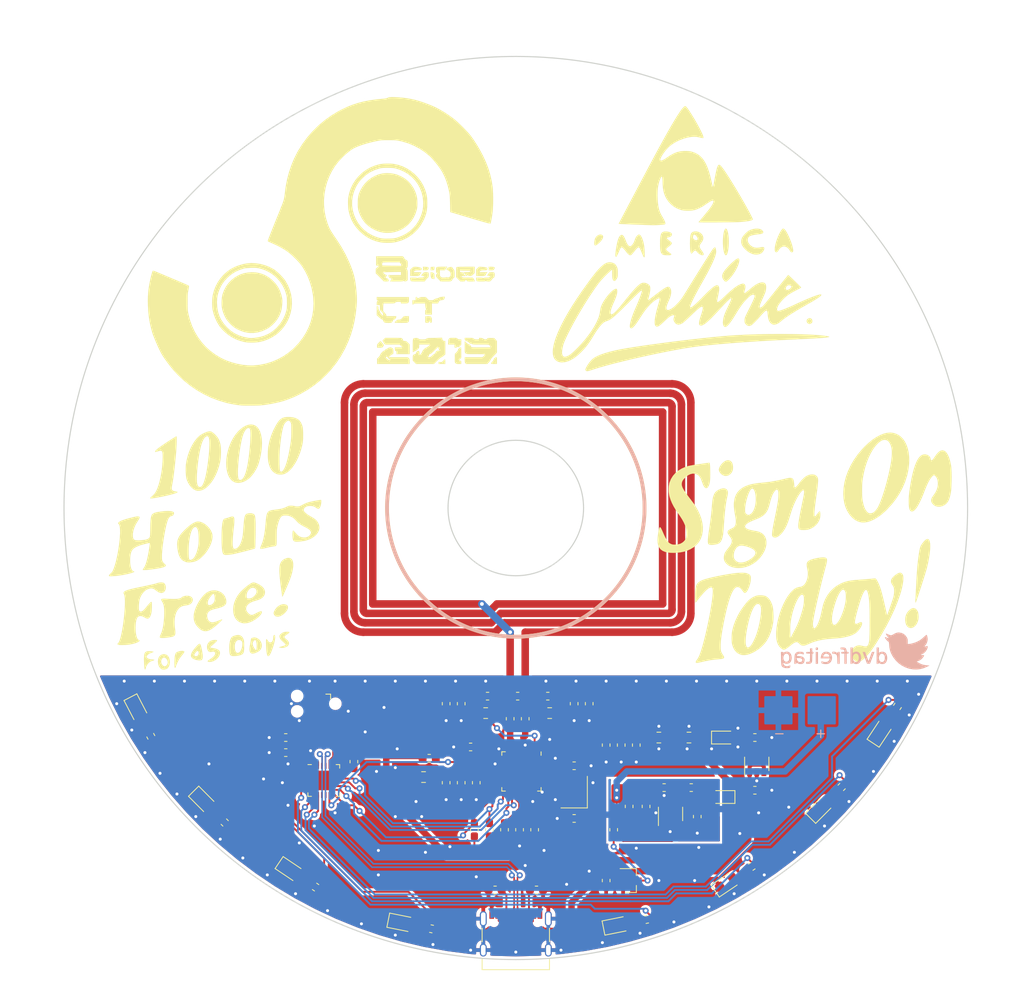
<source format=kicad_pcb>
(kicad_pcb (version 20171130) (host pcbnew 5.1.4)
  (layers (0 F.Cu signal) (31 B.Cu signal) (34 B.Paste user) (35 F.Paste user) (36 B.SilkS user) (37 F.SilkS user) (38 B.Mask user) (39 F.Mask user) (44 Edge.Cuts user))
  (net 0 "")
  (net 1 GND)
  (net 2 "Net-(AE1-Pad2)")
  (net 3 "Net-(AE1-Pad1)")
  (net 4 "Net-(C1-Pad1)")
  (net 5 "Net-(C2-Pad1)")
  (net 6 "Net-(C5-Pad1)")
  (net 7 "Net-(C8-Pad2)")
  (net 8 "Net-(C9-Pad1)")
  (net 9 "Net-(C11-Pad1)")
  (net 10 "Net-(C12-Pad2)")
  (net 11 "Net-(L1-Pad2)")
  (net 12 +3V3)
  (net 13 "Net-(L4-Pad1)")
  (net 14 "Net-(L5-Pad1)")
  (net 15 "Net-(R1-Pad2)")
  (net 16 "Net-(R4-Pad2)")
  (net 17 "Net-(R5-Pad2)")
  (net 18 "Net-(R6-Pad2)")
  (net 19 "Net-(R7-Pad2)")
  (net 20 "Net-(P1-PadB5)")
  (net 21 "Net-(P1-PadA5)")
  (net 22 "Net-(J1-Pad6)")
  (net 23 "Net-(J1-Pad4)")
  (net 24 "Net-(J1-Pad3)")
  (net 25 "Net-(J1-Pad2)")
  (net 26 /D-)
  (net 27 /D+)
  (net 28 "Net-(U3-Pad10)")
  (net 29 "Net-(U3-Pad9)")
  (net 30 "Net-(U3-Pad17)")
  (net 31 +BATT)
  (net 32 "Net-(L6-Pad2)")
  (net 33 "Net-(R11-Pad2)")
  (net 34 +5V)
  (net 35 "Net-(Q1-Pad3)")
  (net 36 "Net-(U4-Pad4)")
  (net 37 /TX)
  (net 38 /RX)
  (net 39 /SS)
  (net 40 /SCK)
  (net 41 /MOSI)
  (net 42 /MISO)
  (net 43 "Net-(D2-Pad2)")
  (net 44 "Net-(D3-Pad2)")
  (net 45 "Net-(D4-Pad2)")
  (net 46 "Net-(D5-Pad2)")
  (net 47 "Net-(D6-Pad2)")
  (net 48 "Net-(D7-Pad2)")
  (net 49 "Net-(D8-Pad2)")
  (net 50 "Net-(D9-Pad2)")
  (net 51 /L0)
  (net 52 /L1)
  (net 53 /L2)
  (net 54 /L3)
  (net 55 /L4)
  (net 56 /L5)
  (net 57 /L6)
  (net 58 /L7)
  (net 59 "Net-(C20-Pad1)")
  (net 60 "Net-(C22-Pad1)")
  (module Diode_SMD:D_SOD-323 (layer F.Cu) (at 177.5 130.5)
    (fp_text reference D10)
    (fp_text value CUS10S30,H3F)
    (pad 2 smd rect (at 1.05 0) (size 0.6 0.45) (layers F.Cu F.Paste F.Mask) (net 60 "Net-(C22-Pad1)"))
    (pad 1 smd rect (at -1.05 0) (size 0.6 0.45) (layers F.Cu F.Paste F.Mask) (net 12 +3V3))
  )
  (module Diode_SMD:D_SOD-323 (layer F.Cu) (at 177.6 138.4 180)
    (fp_text reference D1)
    (fp_text value CUS10S30,H3F)
    (pad 2 smd rect (at 1.05 0 180) (size 0.6 0.45) (layers F.Cu F.Paste F.Mask) (net 59 "Net-(C20-Pad1)"))
    (pad 1 smd rect (at -1.05 0 180) (size 0.6 0.45) (layers F.Cu F.Paste F.Mask) (net 12 +3V3))
  )
  (module art:twitter (layer B.Cu) (at 195 119 180)
    (fp_text reference Ref** hide)
    (fp_text value Val** hide)
  )
  (module holes:lanyard-slot (layer F.Cu) (at 150 45)
    (fp_text reference REF**)
    (fp_text value lanyard-slot)
    (pad "" np_thru_hole oval (at 0 0) (size 17 3) (drill oval 17 3) (layers *.Cu *.Mask))
  )
  (module art:aol_3 (layer F.Cu) (at 109.5 104.75)
    (fp_text reference Ref** hide)
    (fp_text value Val** hide)
  )
  (module art:aol_2 (layer F.Cu) (at 188.25 105.5)
    (fp_text reference Ref** hide)
    (fp_text value Val** hide)
  )
  (module art:aol_1-merica (layer F.Cu) (at 172.75 64)
    (fp_text reference Ref** hide)
    (fp_text value Val** hide)
  )
  (module art:bsidesct.2019.logo.transparent (layer F.Cu) (at 124 66)
    (fp_text reference Ref** hide)
    (fp_text value Val** hide)
  )
  (module Resistor_SMD:R_0603_1608Metric_Pad1.05x0.95mm_HandSolder (layer F.Cu) (at 200.686427 126.36557 236.5)
    (fp_text reference R23)
    (fp_text value 260Ω)
    (pad 2 smd roundrect (at 0.875 0 236.5) (size 1.05 0.95) (layers F.Cu F.Paste F.Mask) (net 50 "Net-(D9-Pad2)"))
    (pad 1 smd roundrect (at -0.875 0 236.5) (size 1.05 0.95) (layers F.Cu F.Paste F.Mask) (net 58 /L7))
  )
  (module Resistor_SMD:R_0603_1608Metric_Pad1.05x0.95mm_HandSolder (layer F.Cu) (at 193.275614 137.065809 225.2)
    (fp_text reference R22)
    (fp_text value 260Ω)
    (pad 2 smd roundrect (at 0.875 0 225.2) (size 1.05 0.95) (layers F.Cu F.Paste F.Mask) (net 49 "Net-(D8-Pad2)"))
    (pad 1 smd roundrect (at -0.875 0 225.2) (size 1.05 0.95) (layers F.Cu F.Paste F.Mask) (net 57 /L6))
  )
  (module Resistor_SMD:R_0603_1608Metric_Pad1.05x0.95mm_HandSolder (layer F.Cu) (at 181.351976 147.623775 213.9)
    (fp_text reference R21)
    (fp_text value 260Ω)
    (pad 2 smd roundrect (at 0.875 0 213.9) (size 1.05 0.95) (layers F.Cu F.Paste F.Mask) (net 48 "Net-(D7-Pad2)"))
    (pad 1 smd roundrect (at -0.875 0 213.9) (size 1.05 0.95) (layers F.Cu F.Paste F.Mask) (net 56 /L5))
  )
  (module Resistor_SMD:R_0603_1608Metric_Pad1.05x0.95mm_HandSolder (layer F.Cu) (at 167.368103 154.666787 191.3)
    (fp_text reference R20)
    (fp_text value 260Ω)
    (pad 2 smd roundrect (at 0.875 0 191.3) (size 1.05 0.95) (layers F.Cu F.Paste F.Mask) (net 47 "Net-(D6-Pad2)"))
    (pad 1 smd roundrect (at -0.875 0 191.3) (size 1.05 0.95) (layers F.Cu F.Paste F.Mask) (net 55 /L4))
  )
  (module Resistor_SMD:R_0603_1608Metric_Pad1.05x0.95mm_HandSolder (layer F.Cu) (at 138.81047 155.915763 348.7)
    (fp_text reference R19)
    (fp_text value 260Ω)
    (pad 2 smd roundrect (at 0.875 0 348.7) (size 1.05 0.95) (layers F.Cu F.Paste F.Mask) (net 54 /L3))
    (pad 1 smd roundrect (at -0.875 0 348.7) (size 1.05 0.95) (layers F.Cu F.Paste F.Mask) (net 46 "Net-(D5-Pad2)"))
  )
  (module Resistor_SMD:R_0603_1608Metric_Pad1.05x0.95mm_HandSolder (layer F.Cu) (at 123.410024 150.36549 326.1)
    (fp_text reference R18)
    (fp_text value 260Ω)
    (pad 2 smd roundrect (at 0.875 0 326.1) (size 1.05 0.95) (layers F.Cu F.Paste F.Mask) (net 53 /L2))
    (pad 1 smd roundrect (at -0.875 0 326.1) (size 1.05 0.95) (layers F.Cu F.Paste F.Mask) (net 45 "Net-(D4-Pad2)"))
  )
  (module Resistor_SMD:R_0603_1608Metric_Pad1.05x0.95mm_HandSolder (layer F.Cu) (at 111.341276 141.786521 314.8)
    (fp_text reference R17)
    (fp_text value 260Ω)
    (pad 2 smd roundrect (at 0.875 0 314.8) (size 1.05 0.95) (layers F.Cu F.Paste F.Mask) (net 52 /L1))
    (pad 1 smd roundrect (at -0.875 0 314.8) (size 1.05 0.95) (layers F.Cu F.Paste F.Mask) (net 44 "Net-(D3-Pad2)"))
  )
  (module Resistor_SMD:R_0603_1608Metric_Pad1.05x0.95mm_HandSolder (layer F.Cu) (at 101.527315 130.329637 297.5)
    (fp_text reference R16)
    (fp_text value 260Ω)
    (pad 2 smd roundrect (at 0.875 0 297.5) (size 1.05 0.95) (layers F.Cu F.Paste F.Mask) (net 51 /L0))
    (pad 1 smd roundrect (at -0.875 0 297.5) (size 1.05 0.95) (layers F.Cu F.Paste F.Mask) (net 43 "Net-(D2-Pad2)"))
  )
  (module LED_SMD:LED_0805_2012Metric_Pad1.15x1.40mm_HandSolder (layer F.Cu) (at 198.478676 129.701114 56.5)
    (fp_text reference D9)
    (fp_text value LED hide)
    (pad 2 smd roundrect (at 1.025 0 56.5) (size 1.15 1.4) (layers F.Cu F.Paste F.Mask) (roundrect_rratio 0.217391) (net 50 "Net-(D9-Pad2)"))
    (pad 1 smd roundrect (at -1.025 0 56.5) (size 1.15 1.4) (layers F.Cu F.Paste F.Mask) (roundrect_rratio 0.217391) (net 1 GND))
  )
  (module LED_SMD:LED_0805_2012Metric_Pad1.15x1.40mm_HandSolder (layer F.Cu) (at 190.457076 139.904092 45.2)
    (fp_text reference D8)
    (fp_text value LED hide)
    (pad 2 smd roundrect (at 1.025 0 45.2) (size 1.15 1.4) (layers F.Cu F.Paste F.Mask) (roundrect_rratio 0.217391) (net 49 "Net-(D8-Pad2)"))
    (pad 1 smd roundrect (at -1.025 0 45.2) (size 1.15 1.4) (layers F.Cu F.Paste F.Mask) (roundrect_rratio 0.217391) (net 1 GND))
  )
  (module LED_SMD:LED_0805_2012Metric_Pad1.15x1.40mm_HandSolder (layer F.Cu) (at 178.031927 149.854755 33.9)
    (fp_text reference D7)
    (fp_text value LED hide)
    (pad 2 smd roundrect (at 1.025 0 33.9) (size 1.15 1.4) (layers F.Cu F.Paste F.Mask) (roundrect_rratio 0.217391) (net 48 "Net-(D7-Pad2)"))
    (pad 1 smd roundrect (at -1.025 0 33.9) (size 1.15 1.4) (layers F.Cu F.Paste F.Mask) (roundrect_rratio 0.217391) (net 1 GND))
  )
  (module LED_SMD:LED_0805_2012Metric_Pad1.15x1.40mm_HandSolder (layer F.Cu) (at 163.470159 155.445673 11.3)
    (fp_text reference D6)
    (fp_text value LED hide)
    (pad 2 smd roundrect (at 1.025 0 11.3) (size 1.15 1.4) (layers F.Cu F.Paste F.Mask) (roundrect_rratio 0.217391) (net 47 "Net-(D6-Pad2)"))
    (pad 1 smd roundrect (at -1.025 0 11.3) (size 1.15 1.4) (layers F.Cu F.Paste F.Mask) (roundrect_rratio 0.217391) (net 1 GND))
  )
  (module LED_SMD:LED_0805_2012Metric_Pad1.15x1.40mm_HandSolder (layer F.Cu) (at 134.888011 155.131979 348.7)
    (fp_text reference D5)
    (fp_text value LED hide)
    (pad 2 smd roundrect (at 1.025 0 348.7) (size 1.15 1.4) (layers F.Cu F.Paste F.Mask) (roundrect_rratio 0.217391) (net 46 "Net-(D5-Pad2)"))
    (pad 1 smd roundrect (at -1.025 0 348.7) (size 1.15 1.4) (layers F.Cu F.Paste F.Mask) (roundrect_rratio 0.217391) (net 1 GND))
  )
  (module LED_SMD:LED_0805_2012Metric_Pad1.15x1.40mm_HandSolder (layer F.Cu) (at 120.110726 148.148453 326.1)
    (fp_text reference D4)
    (fp_text value LED hide)
    (pad 2 smd roundrect (at 1.025 0 326.1) (size 1.15 1.4) (layers F.Cu F.Paste F.Mask) (roundrect_rratio 0.217391) (net 45 "Net-(D4-Pad2)"))
    (pad 1 smd roundrect (at -1.025 0 326.1) (size 1.15 1.4) (layers F.Cu F.Paste F.Mask) (roundrect_rratio 0.217391) (net 1 GND))
  )
  (module LED_SMD:LED_0805_2012Metric_Pad1.15x1.40mm_HandSolder (layer F.Cu) (at 108.522739 138.948238 314.8)
    (fp_text reference D3)
    (fp_text value LED hide)
    (pad 2 smd roundrect (at 1.025 0 314.8) (size 1.15 1.4) (layers F.Cu F.Paste F.Mask) (roundrect_rratio 0.217391) (net 44 "Net-(D3-Pad2)"))
    (pad 1 smd roundrect (at -1.025 0 314.8) (size 1.15 1.4) (layers F.Cu F.Paste F.Mask) (roundrect_rratio 0.217391) (net 1 GND))
  )
  (module LED_SMD:LED_0805_2012Metric_Pad1.15x1.40mm_HandSolder (layer F.Cu) (at 99.680321 126.781595 297.5)
    (fp_text reference D2)
    (fp_text value LED hide)
    (pad 2 smd roundrect (at 1.025 0 297.5) (size 1.15 1.4) (layers F.Cu F.Paste F.Mask) (roundrect_rratio 0.217391) (net 43 "Net-(D2-Pad2)"))
    (pad 1 smd roundrect (at -1.025 0 297.5) (size 1.15 1.4) (layers F.Cu F.Paste F.Mask) (roundrect_rratio 0.217391) (net 1 GND))
  )
  (module Resistor_SMD:R_0603_1608Metric_Pad1.05x0.95mm_HandSolder (layer F.Cu) (at 146.5 142.75 90)
    (fp_text reference R15)
    (fp_text value 3.3kΩ)
    (pad 2 smd roundrect (at 0.875 0 90) (size 1.05 0.95) (layers F.Cu F.Paste F.Mask) (net 39 /SS))
    (pad 1 smd roundrect (at -0.875 0 90) (size 1.05 0.95) (layers F.Cu F.Paste F.Mask) (net 12 +3V3))
  )
  (module Package_TO_SOT_SMD:SOT-23-5 (layer F.Cu) (at 182 134 90)
    (fp_text reference U4)
    (fp_text value MIC5504-3.3YM5-TR)
    (pad 5 smd rect (at 1.1 -0.95 90) (size 1.06 0.65) (layers F.Cu F.Paste F.Mask) (net 60 "Net-(C22-Pad1)"))
    (pad 4 smd rect (at 1.1 0.95 90) (size 1.06 0.65) (layers F.Cu F.Paste F.Mask) (net 36 "Net-(U4-Pad4)"))
    (pad 3 smd rect (at -1.1 0.95 90) (size 1.06 0.65) (layers F.Cu F.Paste F.Mask) (net 34 +5V))
    (pad 2 smd rect (at -1.1 0 90) (size 1.06 0.65) (layers F.Cu F.Paste F.Mask) (net 1 GND))
    (pad 1 smd rect (at -1.1 -0.95 90) (size 1.06 0.65) (layers F.Cu F.Paste F.Mask) (net 34 +5V))
  )
  (module Resistor_SMD:R_0603_1608Metric_Pad1.05x0.95mm_HandSolder (layer F.Cu) (at 163 142.75 270)
    (fp_text reference R14)
    (fp_text value 10kΩ)
    (pad 2 smd roundrect (at 0.875 0 270) (size 1.05 0.95) (layers F.Cu F.Paste F.Mask) (net 35 "Net-(Q1-Pad3)"))
    (pad 1 smd roundrect (at -0.875 0 270) (size 1.05 0.95) (layers F.Cu F.Paste F.Mask) (net 31 +BATT))
  )
  (module Resistor_SMD:R_0603_1608Metric_Pad1.05x0.95mm_HandSolder (layer F.Cu) (at 162 149.5 270)
    (fp_text reference R13)
    (fp_text value 10kΩ)
    (pad 2 smd roundrect (at 0.875 0 270) (size 1.05 0.95) (layers F.Cu F.Paste F.Mask) (net 1 GND))
    (pad 1 smd roundrect (at -0.875 0 270) (size 1.05 0.95) (layers F.Cu F.Paste F.Mask) (net 34 +5V))
  )
  (module Package_TO_SOT_SMD:SOT-23 (layer F.Cu) (at 165.25 149.5)
    (fp_text reference Q1)
    (fp_text value 2N7002)
    (pad 3 smd rect (at 1 0) (size 0.9 0.8) (layers F.Cu F.Paste F.Mask) (net 35 "Net-(Q1-Pad3)"))
    (pad 2 smd rect (at -1 0.95) (size 0.9 0.8) (layers F.Cu F.Paste F.Mask) (net 1 GND))
    (pad 1 smd rect (at -1 -0.95) (size 0.9 0.8) (layers F.Cu F.Paste F.Mask) (net 34 +5V))
  )
  (module Capacitor_SMD:C_0603_1608Metric_Pad1.05x0.95mm_HandSolder (layer F.Cu) (at 181.75 130.5)
    (fp_text reference C22)
    (fp_text value 1uF)
    (pad 2 smd roundrect (at 0.875 0) (size 1.05 0.95) (layers F.Cu F.Paste F.Mask) (net 1 GND))
    (pad 1 smd roundrect (at -0.875 0) (size 1.05 0.95) (layers F.Cu F.Paste F.Mask) (net 60 "Net-(C22-Pad1)"))
  )
  (module Capacitor_SMD:C_0603_1608Metric_Pad1.05x0.95mm_HandSolder (layer F.Cu) (at 181.75 137.5)
    (fp_text reference C21)
    (fp_text value 1uF)
    (pad 2 smd roundrect (at 0.875 0) (size 1.05 0.95) (layers F.Cu F.Paste F.Mask) (net 1 GND))
    (pad 1 smd roundrect (at -0.875 0) (size 1.05 0.95) (layers F.Cu F.Paste F.Mask) (net 34 +5V))
  )
  (module Package_TO_SOT_SMD:SOT-23-6 (layer F.Cu) (at 170.55 140.65 90)
    (fp_text reference U2)
    (fp_text value MCP1640BCH)
    (pad 5 smd rect (at 1.1 0 90) (size 1.06 0.65) (layers F.Cu F.Paste F.Mask) (net 59 "Net-(C20-Pad1)"))
    (pad 6 smd rect (at 1.1 -0.95 90) (size 1.06 0.65) (layers F.Cu F.Paste F.Mask) (net 31 +BATT))
    (pad 4 smd rect (at 1.1 0.95 90) (size 1.06 0.65) (layers F.Cu F.Paste F.Mask) (net 33 "Net-(R11-Pad2)"))
    (pad 3 smd rect (at -1.1 0.95 90) (size 1.06 0.65) (layers F.Cu F.Paste F.Mask) (net 35 "Net-(Q1-Pad3)"))
    (pad 2 smd rect (at -1.1 0 90) (size 1.06 0.65) (layers F.Cu F.Paste F.Mask) (net 1 GND))
    (pad 1 smd rect (at -1.1 -0.95 90) (size 1.06 0.65) (layers F.Cu F.Paste F.Mask) (net 32 "Net-(L6-Pad2)"))
  )
  (module Resistor_SMD:R_0603_1608Metric_Pad1.05x0.95mm_HandSolder (layer F.Cu) (at 169.7 137.15 180)
    (fp_text reference R12)
    (fp_text value 562kΩ)
    (pad 2 smd roundrect (at 0.875 0 180) (size 1.05 0.95) (layers F.Cu F.Paste F.Mask) (net 1 GND))
    (pad 1 smd roundrect (at -0.875 0 180) (size 1.05 0.95) (layers F.Cu F.Paste F.Mask) (net 33 "Net-(R11-Pad2)"))
  )
  (module Resistor_SMD:R_0603_1608Metric_Pad1.05x0.95mm_HandSolder (layer F.Cu) (at 173.3 137.15 180)
    (fp_text reference R11)
    (fp_text value 976kΩ)
    (pad 2 smd roundrect (at 0.875 0 180) (size 1.05 0.95) (layers F.Cu F.Paste F.Mask) (net 33 "Net-(R11-Pad2)"))
    (pad 1 smd roundrect (at -0.875 0 180) (size 1.05 0.95) (layers F.Cu F.Paste F.Mask) (net 59 "Net-(C20-Pad1)"))
  )
  (module Inductor_SMD:L_0603_1608Metric_Pad1.05x0.95mm_HandSolder (layer F.Cu) (at 165.05 139.65 270)
    (fp_text reference L6)
    (fp_text value 4.7uH)
    (pad 2 smd roundrect (at 0.875 0 270) (size 1.05 0.95) (layers F.Cu F.Paste F.Mask) (net 32 "Net-(L6-Pad2)"))
    (pad 1 smd roundrect (at -0.875 0 270) (size 1.05 0.95) (layers F.Cu F.Paste F.Mask) (net 31 +BATT))
  )
  (module Capacitor_SMD:C_0603_1608Metric_Pad1.05x0.95mm_HandSolder (layer F.Cu) (at 174.1 141 270)
    (fp_text reference C20)
    (fp_text value 10uF)
    (pad 2 smd roundrect (at 0.875 0 270) (size 1.05 0.95) (layers F.Cu F.Paste F.Mask) (net 1 GND))
    (pad 1 smd roundrect (at -0.875 0 270) (size 1.05 0.95) (layers F.Cu F.Paste F.Mask) (net 59 "Net-(C20-Pad1)"))
  )
  (module Capacitor_SMD:C_0603_1608Metric_Pad1.05x0.95mm_HandSolder (layer F.Cu) (at 167.3 139.65 270)
    (fp_text reference C19)
    (fp_text value 4.7uF)
    (pad 2 smd roundrect (at 0.875 0 270) (size 1.05 0.95) (layers F.Cu F.Paste F.Mask) (net 1 GND))
    (pad 1 smd roundrect (at -0.875 0 270) (size 1.05 0.95) (layers F.Cu F.Paste F.Mask) (net 31 +BATT))
  )
  (module Package_DFN_QFN:QFN-24-1EP_4x4mm_P0.5mm_EP2.6x2.6mm (layer F.Cu) (at 124.5 136.2)
    (fp_text reference U3)
    (fp_text value ATSAMD11D14A-M)
    (pad 24 smd roundrect (at -1.25 -1.9375) (size 0.25 0.825) (layers F.Cu F.Paste F.Mask) (net 12 +3V3))
    (pad 23 smd roundrect (at -0.75 -1.9375) (size 0.25 0.825) (layers F.Cu F.Paste F.Mask) (net 1 GND))
    (pad 22 smd roundrect (at -0.25 -1.9375) (size 0.25 0.825) (layers F.Cu F.Paste F.Mask) (net 27 /D+))
    (pad 21 smd roundrect (at 0.25 -1.9375) (size 0.25 0.825) (layers F.Cu F.Paste F.Mask) (net 26 /D-))
    (pad 20 smd roundrect (at 0.75 -1.9375) (size 0.25 0.825) (layers F.Cu F.Paste F.Mask) (net 22 "Net-(J1-Pad6)"))
    (pad 19 smd roundrect (at 1.25 -1.9375) (size 0.25 0.825) (layers F.Cu F.Paste F.Mask) (net 23 "Net-(J1-Pad4)"))
    (pad 18 smd roundrect (at 1.9375 -1.25) (size 0.825 0.25) (layers F.Cu F.Paste F.Mask) (net 25 "Net-(J1-Pad2)"))
    (pad 17 smd roundrect (at 1.9375 -0.75) (size 0.825 0.25) (layers F.Cu F.Paste F.Mask) (net 30 "Net-(U3-Pad17)"))
    (pad 16 smd roundrect (at 1.9375 -0.25) (size 0.825 0.25) (layers F.Cu F.Paste F.Mask) (net 39 /SS))
    (pad 15 smd roundrect (at 1.9375 0.25) (size 0.825 0.25) (layers F.Cu F.Paste F.Mask) (net 42 /MISO))
    (pad 14 smd roundrect (at 1.9375 0.75) (size 0.825 0.25) (layers F.Cu F.Paste F.Mask) (net 40 /SCK))
    (pad 13 smd roundrect (at 1.9375 1.25) (size 0.825 0.25) (layers F.Cu F.Paste F.Mask) (net 41 /MOSI))
    (pad 12 smd roundrect (at 1.25 1.9375) (size 0.25 0.825) (layers F.Cu F.Paste F.Mask) (net 38 /RX))
    (pad 11 smd roundrect (at 0.75 1.9375) (size 0.25 0.825) (layers F.Cu F.Paste F.Mask) (net 37 /TX))
    (pad 10 smd roundrect (at 0.25 1.9375) (size 0.25 0.825) (layers F.Cu F.Paste F.Mask) (net 28 "Net-(U3-Pad10)"))
    (pad 9 smd roundrect (at -0.25 1.9375) (size 0.25 0.825) (layers F.Cu F.Paste F.Mask) (net 29 "Net-(U3-Pad9)"))
    (pad 8 smd roundrect (at -0.75 1.9375) (size 0.25 0.825) (layers F.Cu F.Paste F.Mask) (net 58 /L7))
    (pad 7 smd roundrect (at -1.25 1.9375) (size 0.25 0.825) (layers F.Cu F.Paste F.Mask) (net 57 /L6))
    (pad 6 smd roundrect (at -1.9375 1.25) (size 0.825 0.25) (layers F.Cu F.Paste F.Mask) (net 56 /L5))
    (pad 5 smd roundrect (at -1.9375 0.75) (size 0.825 0.25) (layers F.Cu F.Paste F.Mask) (net 55 /L4))
    (pad 4 smd roundrect (at -1.9375 0.25) (size 0.825 0.25) (layers F.Cu F.Paste F.Mask) (net 54 /L3))
    (pad 3 smd roundrect (at -1.9375 -0.25) (size 0.825 0.25) (layers F.Cu F.Paste F.Mask) (net 53 /L2))
    (pad 2 smd roundrect (at -1.9375 -0.75) (size 0.825 0.25) (layers F.Cu F.Paste F.Mask) (net 52 /L1))
    (pad 1 smd roundrect (at -1.9375 -1.25) (size 0.825 0.25) (layers F.Cu F.Paste F.Mask) (net 51 /L0))
    (pad 25 smd roundrect (at 0 0) (size 2.6 2.6) (layers F.Cu F.Mask) (roundrect_rratio 0.096154))
  )
  (module Resistor_SMD:R_0603_1608Metric_Pad1.05x0.95mm_HandSolder (layer F.Cu) (at 152.75 150.75)
    (fp_text reference R10)
    (fp_text value 5.1kΩ)
    (pad 2 smd roundrect (at 0.875 0) (size 1.05 0.95) (layers F.Cu F.Paste F.Mask) (net 1 GND))
    (pad 1 smd roundrect (at -0.875 0) (size 1.05 0.95) (layers F.Cu F.Paste F.Mask) (net 20 "Net-(P1-PadB5)"))
  )
  (module Resistor_SMD:R_0603_1608Metric_Pad1.05x0.95mm_HandSolder (layer F.Cu) (at 147.25 150.75 180)
    (fp_text reference R9)
    (fp_text value 5.1kΩ)
    (pad 2 smd roundrect (at 0.875 0 180) (size 1.05 0.95) (layers F.Cu F.Paste F.Mask) (net 1 GND))
    (pad 1 smd roundrect (at -0.875 0 180) (size 1.05 0.95) (layers F.Cu F.Paste F.Mask) (net 21 "Net-(P1-PadA5)"))
  )
  (module Resistor_SMD:R_0603_1608Metric_Pad1.05x0.95mm_HandSolder (layer F.Cu) (at 128.5 133.7 270)
    (fp_text reference R8)
    (fp_text value 10kΩ)
    (pad 2 smd roundrect (at 0.875 0 270) (size 1.05 0.95) (layers F.Cu F.Paste F.Mask) (net 25 "Net-(J1-Pad2)"))
    (pad 1 smd roundrect (at -0.875 0 270) (size 1.05 0.95) (layers F.Cu F.Paste F.Mask) (net 12 +3V3))
  )
  (module Connector:Tag-Connect_TC2030-IDC-NL_2x03_P1.27mm_Vertical (layer F.Cu) (at 123.5 126 180)
    (fp_text reference J1)
    (fp_text value TC2030)
    (pad 6 connect circle (at 1.27 -0.635 180) (size 0.7874 0.7874) (layers F.Cu F.Mask) (net 22 "Net-(J1-Pad6)"))
    (pad 5 connect circle (at 1.27 0.635 180) (size 0.7874 0.7874) (layers F.Cu F.Mask) (net 1 GND))
    (pad 4 connect circle (at 0 -0.635 180) (size 0.7874 0.7874) (layers F.Cu F.Mask) (net 23 "Net-(J1-Pad4)"))
    (pad 3 connect circle (at 0 0.635 180) (size 0.7874 0.7874) (layers F.Cu F.Mask) (net 24 "Net-(J1-Pad3)"))
    (pad 2 connect circle (at -1.27 -0.635 180) (size 0.7874 0.7874) (layers F.Cu F.Mask) (net 25 "Net-(J1-Pad2)"))
    (pad 1 connect circle (at -1.27 0.635 180) (size 0.7874 0.7874) (layers F.Cu F.Mask) (net 12 +3V3))
    (pad "" np_thru_hole circle (at -2.54 0 180) (size 0.9906 0.9906) (drill 0.9906) (layers *.Cu *.Mask))
    (pad "" np_thru_hole circle (at 2.54 1.016 180) (size 0.9906 0.9906) (drill 0.9906) (layers *.Cu *.Mask))
    (pad "" np_thru_hole circle (at 2.54 -1.016 180) (size 0.9906 0.9906) (drill 0.9906) (layers *.Cu *.Mask))
  )
  (module Capacitor_SMD:C_0603_1608Metric_Pad1.05x0.95mm_HandSolder (layer F.Cu) (at 119.45 130.5 180)
    (fp_text reference C18)
    (fp_text value 1uF)
    (pad 2 smd roundrect (at 0.875 0 180) (size 1.05 0.95) (layers F.Cu F.Paste F.Mask) (net 1 GND))
    (pad 1 smd roundrect (at -0.875 0 180) (size 1.05 0.95) (layers F.Cu F.Paste F.Mask) (net 12 +3V3))
  )
  (module Capacitor_SMD:C_0603_1608Metric_Pad1.05x0.95mm_HandSolder (layer F.Cu) (at 119.45 132.5 180)
    (fp_text reference C10)
    (fp_text value 0.1uF)
    (pad 2 smd roundrect (at 0.875 0 180) (size 1.05 0.95) (layers F.Cu F.Paste F.Mask) (net 1 GND))
    (pad 1 smd roundrect (at -0.875 0 180) (size 1.05 0.95) (layers F.Cu F.Paste F.Mask) (net 12 +3V3))
  )
  (module Connector_USB:USB_C_Receptacle_Palconn_UTC16-G (layer F.Cu) (at 150 156.5)
    (fp_text reference P1)
    (fp_text value USB_C_Plug_USB2.0)
    (pad A12 smd rect (at 3.2 -2.51) (size 0.6 1.16) (layers F.Cu F.Paste F.Mask) (net 1 GND))
    (pad A9 smd rect (at 2.4 -2.51) (size 0.6 1.16) (layers F.Cu F.Paste F.Mask) (net 34 +5V))
    (pad B1 smd rect (at 3.2 -2.51) (size 0.6 1.16) (layers F.Cu F.Paste F.Mask) (net 1 GND))
    (pad B4 smd rect (at 2.4 -2.51) (size 0.6 1.16) (layers F.Cu F.Paste F.Mask) (net 34 +5V))
    (pad B12 smd rect (at -3.2 -2.51) (size 0.6 1.16) (layers F.Cu F.Paste F.Mask) (net 1 GND))
    (pad A1 smd rect (at -3.2 -2.51) (size 0.6 1.16) (layers F.Cu F.Paste F.Mask) (net 1 GND))
    (pad B9 smd rect (at -2.4 -2.51) (size 0.6 1.16) (layers F.Cu F.Paste F.Mask) (net 34 +5V))
    (pad A4 smd rect (at -2.4 -2.51) (size 0.6 1.16) (layers F.Cu F.Paste F.Mask) (net 34 +5V))
    (pad "" np_thru_hole circle (at -2.89 -1.45 180) (size 0.6 0.6) (drill 0.6) (layers *.Cu *.Mask))
    (pad "" np_thru_hole circle (at 2.89 -1.45 180) (size 0.6 0.6) (drill 0.6) (layers *.Cu *.Mask))
    (pad B5 smd rect (at 1.75 -2.51 180) (size 0.3 1.16) (layers F.Cu F.Paste F.Mask) (net 20 "Net-(P1-PadB5)"))
    (pad B6 smd rect (at 0.75 -2.51 180) (size 0.3 1.16) (layers F.Cu F.Paste F.Mask))
    (pad A8 smd rect (at 1.25 -2.51 180) (size 0.3 1.16) (layers F.Cu F.Paste F.Mask))
    (pad A5 smd rect (at -1.25 -2.51 180) (size 0.3 1.16) (layers F.Cu F.Paste F.Mask) (net 21 "Net-(P1-PadA5)"))
    (pad B8 smd rect (at -1.75 -2.51 180) (size 0.3 1.16) (layers F.Cu F.Paste F.Mask))
    (pad A7 smd rect (at 0.25 -2.51 180) (size 0.3 1.16) (layers F.Cu F.Paste F.Mask) (net 26 /D-))
    (pad A6 smd rect (at -0.25 -2.51 180) (size 0.3 1.16) (layers F.Cu F.Paste F.Mask) (net 27 /D+))
    (pad B7 smd rect (at -0.75 -2.51 180) (size 0.3 1.16) (layers F.Cu F.Paste F.Mask))
    (pad S1 thru_hole oval (at 4.32 2.24 90) (size 1.7 0.9) (drill oval 1.4 0.6) (layers *.Cu *.Mask) (net 1 GND))
    (pad S1 thru_hole oval (at -4.32 2.24 90) (size 1.7 0.9) (drill oval 1.4 0.6) (layers *.Cu *.Mask) (net 1 GND))
    (pad S1 thru_hole oval (at 4.32 -1.93 90) (size 2 0.9) (drill oval 1.7 0.6) (layers *.Cu *.Mask) (net 1 GND))
    (pad S1 thru_hole oval (at -4.32 -1.93 90) (size 2 0.9) (drill oval 1.7 0.6) (layers *.Cu *.Mask) (net 1 GND))
  )
  (module CR95HF-antenna:CR95HF-antenna (layer F.Cu) (at 150.25 123)
    (fp_text reference AE1)
    (fp_text value Antenna)
    (fp_line (start -1 -6.5) (end -4.75 -10.25) (layer B.Cu) (width 1))
    (fp_line (start -2.75 -10.25) (end -4 -9) (layer F.Cu) (width 1))
    (fp_line (start -2.25 -9) (end -3.5 -7.75) (layer F.Cu) (width 1))
    (fp_line (start -4.75 -10.25) (end -19.25 -10.25) (layer F.Cu) (width 1))
    (fp_line (start -4 -9) (end -20 -9) (layer F.Cu) (width 1))
    (fp_line (start -3.5 -7.75) (end -20.25 -7.75) (layer F.Cu) (width 1))
    (fp_arc (start -20 -9.5) (end -20.5 -9.5) (angle -90) (layer F.Cu) (width 1))
    (fp_arc (start -20.25 -9.25) (end -21.75 -9.25) (angle -90) (layer F.Cu) (width 1))
    (fp_line (start -19.25 -10.25) (end -19.25 -35.75) (layer F.Cu) (width 1))
    (fp_line (start -20.5 -9.5) (end -20.5 -36.5) (layer F.Cu) (width 1))
    (fp_line (start -21.75 -9.25) (end -21.75 -36.75) (layer F.Cu) (width 1))
    (fp_arc (start -20 -36.5) (end -20 -37) (angle -90) (layer F.Cu) (width 1))
    (fp_arc (start -20.25 -36.75) (end -20.25 -38.25) (angle -90) (layer F.Cu) (width 1))
    (fp_line (start -20.25 -38.25) (end 20.25 -38.25) (layer F.Cu) (width 1))
    (fp_line (start -20 -37) (end 20 -37) (layer F.Cu) (width 1))
    (fp_line (start -19.25 -35.75) (end 19.25 -35.75) (layer F.Cu) (width 1))
    (fp_arc (start 20 -36.5) (end 20.5 -36.5) (angle -90) (layer F.Cu) (width 1))
    (fp_arc (start 20.25 -36.75) (end 21.75 -36.75) (angle -90) (layer F.Cu) (width 1))
    (fp_line (start 19.25 -10.25) (end 19.25 -35.75) (layer F.Cu) (width 1))
    (fp_line (start -2.75 -10.25) (end 19.25 -10.25) (layer F.Cu) (width 1))
    (fp_arc (start 20 -9.5) (end 20 -9) (angle -90) (layer F.Cu) (width 1))
    (fp_line (start 20.5 -9.5) (end 20.5 -36.5) (layer F.Cu) (width 1))
    (fp_line (start -2.25 -9) (end 20 -9) (layer F.Cu) (width 1))
    (fp_arc (start 20.25 -9.25) (end 20.25 -7.75) (angle -90) (layer F.Cu) (width 1))
    (fp_line (start 21.75 -9.25) (end 21.75 -36.75) (layer F.Cu) (width 1))
    (fp_line (start -3 -6.5) (end -1.75 -7.75) (layer F.Cu) (width 1))
    (fp_line (start -1.75 -7.75) (end 20.25 -7.75) (layer F.Cu) (width 1))
    (fp_line (start -3 -6.5) (end -20.5 -6.5) (layer F.Cu) (width 1))
    (fp_line (start -1 -0.5) (end -1 -6.5) (layer F.Cu) (width 1))
    (fp_arc (start -20.5 -9) (end -23 -9) (angle -90) (layer F.Cu) (width 1))
    (fp_line (start -23 -9) (end -23 -37) (layer F.Cu) (width 1))
    (fp_line (start -20.5 -39.5) (end 20.5 -39.5) (layer F.Cu) (width 1))
    (fp_arc (start -20.5 -37) (end -20.5 -39.5) (angle -90) (layer F.Cu) (width 1))
    (fp_arc (start 20.5 -37) (end 23 -37) (angle -90) (layer F.Cu) (width 1))
    (fp_arc (start 20.5 -9) (end 20.5 -6.5) (angle -90) (layer F.Cu) (width 1))
    (fp_line (start 23 -9) (end 23 -37) (layer F.Cu) (width 1))
    (fp_line (start 1 -6.5) (end 20.5 -6.5) (layer F.Cu) (width 1))
    (fp_line (start 1 -0.5) (end 1 -6.5) (layer F.Cu) (width 1))
    (pad "" thru_hole circle (at -4.75 -10.25) (size 1 1) (drill 0.5) (layers *.Cu))
    (pad "" thru_hole circle (at -1 -6.5) (size 1 1) (drill 0.5) (layers *.Cu))
    (pad 2 smd rect (at -1 0) (size 1 1) (layers F.Cu) (net 2 "Net-(AE1-Pad2)"))
    (pad 1 smd rect (at 1 0) (size 1 1) (layers F.Cu) (net 3 "Net-(AE1-Pad1)"))
  )
  (module Crystal:Crystal_SMD_SeikoEpson_FA238V-4Pin_3.2x2.5mm (layer F.Cu) (at 157.75 137.75 90)
    (fp_text reference Y1)
    (fp_text value 27.12MHz hide)
    (pad 4 smd rect (at -1.2 -0.95 90) (size 1.4 1.2) (layers F.Cu F.Paste F.Mask) (net 1 GND))
    (pad 3 smd rect (at 1.2 -0.95 90) (size 1.4 1.2) (layers F.Cu F.Paste F.Mask) (net 8 "Net-(C9-Pad1)"))
    (pad 2 smd rect (at 1.2 0.95 90) (size 1.4 1.2) (layers F.Cu F.Paste F.Mask) (net 1 GND))
    (pad 1 smd rect (at -1.2 0.95 90) (size 1.4 1.2) (layers F.Cu F.Paste F.Mask) (net 6 "Net-(C5-Pad1)"))
  )
  (module Package_DFN_QFN:QFN-32-1EP_5x5mm_P0.5mm_EP3.6x3.6mm (layer F.Cu) (at 150.75 135 270)
    (fp_text reference U1)
    (fp_text value CR95HF)
    (pad 32 smd roundrect (at -1.75 -2.45 270) (size 0.25 0.8) (layers F.Cu F.Paste F.Mask) (net 4 "Net-(C1-Pad1)"))
    (pad 31 smd roundrect (at -1.25 -2.45 270) (size 0.25 0.8) (layers F.Cu F.Paste F.Mask) (net 1 GND))
    (pad 30 smd roundrect (at -0.75 -2.45 270) (size 0.25 0.8) (layers F.Cu F.Paste F.Mask) (net 8 "Net-(C9-Pad1)"))
    (pad 29 smd roundrect (at -0.25 -2.45 270) (size 0.25 0.8) (layers F.Cu F.Paste F.Mask) (net 6 "Net-(C5-Pad1)"))
    (pad 28 smd roundrect (at 0.25 -2.45 270) (size 0.25 0.8) (layers F.Cu F.Paste F.Mask) (net 1 GND))
    (pad 27 smd roundrect (at 0.75 -2.45 270) (size 0.25 0.8) (layers F.Cu F.Paste F.Mask) (net 1 GND))
    (pad 26 smd roundrect (at 1.25 -2.45 270) (size 0.25 0.8) (layers F.Cu F.Paste F.Mask) (net 1 GND))
    (pad 25 smd roundrect (at 1.75 -2.45 270) (size 0.25 0.8) (layers F.Cu F.Paste F.Mask) (net 1 GND))
    (pad 24 smd roundrect (at 2.45 -1.75 270) (size 0.8 0.25) (layers F.Cu F.Paste F.Mask) (net 1 GND))
    (pad 23 smd roundrect (at 2.45 -1.25 270) (size 0.8 0.25) (layers F.Cu F.Paste F.Mask) (net 1 GND))
    (pad 22 smd roundrect (at 2.45 -0.75 270) (size 0.8 0.25) (layers F.Cu F.Paste F.Mask) (net 1 GND))
    (pad 21 smd roundrect (at 2.45 -0.25 270) (size 0.8 0.25) (layers F.Cu F.Paste F.Mask) (net 17 "Net-(R5-Pad2)"))
    (pad 20 smd roundrect (at 2.45 0.25 270) (size 0.8 0.25) (layers F.Cu F.Paste F.Mask) (net 16 "Net-(R4-Pad2)"))
    (pad 19 smd roundrect (at 2.45 0.75 270) (size 0.8 0.25) (layers F.Cu F.Paste F.Mask) (net 15 "Net-(R1-Pad2)"))
    (pad 18 smd roundrect (at 2.45 1.25 270) (size 0.8 0.25) (layers F.Cu F.Paste F.Mask) (net 40 /SCK))
    (pad 17 smd roundrect (at 2.45 1.75 270) (size 0.8 0.25) (layers F.Cu F.Paste F.Mask) (net 41 /MOSI))
    (pad 16 smd roundrect (at 1.75 2.45 270) (size 0.25 0.8) (layers F.Cu F.Paste F.Mask) (net 42 /MISO))
    (pad 15 smd roundrect (at 1.25 2.45 270) (size 0.25 0.8) (layers F.Cu F.Paste F.Mask) (net 39 /SS))
    (pad 14 smd roundrect (at 0.75 2.45 270) (size 0.25 0.8) (layers F.Cu F.Paste F.Mask) (net 38 /RX))
    (pad 13 smd roundrect (at 0.25 2.45 270) (size 0.25 0.8) (layers F.Cu F.Paste F.Mask) (net 5 "Net-(C2-Pad1)"))
    (pad 12 smd roundrect (at -0.25 2.45 270) (size 0.25 0.8) (layers F.Cu F.Paste F.Mask) (net 37 /TX))
    (pad 11 smd roundrect (at -0.75 2.45 270) (size 0.25 0.8) (layers F.Cu F.Paste F.Mask) (net 1 GND))
    (pad 10 smd roundrect (at -1.25 2.45 270) (size 0.25 0.8) (layers F.Cu F.Paste F.Mask) (net 1 GND))
    (pad 9 smd roundrect (at -1.75 2.45 270) (size 0.25 0.8) (layers F.Cu F.Paste F.Mask) (net 7 "Net-(C8-Pad2)"))
    (pad 8 smd roundrect (at -2.45 1.75 270) (size 0.8 0.25) (layers F.Cu F.Paste F.Mask) (net 1 GND))
    (pad 7 smd roundrect (at -2.45 1.25 270) (size 0.8 0.25) (layers F.Cu F.Paste F.Mask) (net 1 GND))
    (pad 6 smd roundrect (at -2.45 0.75 270) (size 0.8 0.25) (layers F.Cu F.Paste F.Mask) (net 19 "Net-(R7-Pad2)"))
    (pad 5 smd roundrect (at -2.45 0.25 270) (size 0.8 0.25) (layers F.Cu F.Paste F.Mask) (net 18 "Net-(R6-Pad2)"))
    (pad 4 smd roundrect (at -2.45 -0.25 270) (size 0.8 0.25) (layers F.Cu F.Paste F.Mask) (net 1 GND))
    (pad 3 smd roundrect (at -2.45 -0.75 270) (size 0.8 0.25) (layers F.Cu F.Paste F.Mask) (net 1 GND))
    (pad 2 smd roundrect (at -2.45 -1.25 270) (size 0.8 0.25) (layers F.Cu F.Paste F.Mask) (net 14 "Net-(L5-Pad1)"))
    (pad 1 smd roundrect (at -2.45 -1.75 270) (size 0.8 0.25) (layers F.Cu F.Paste F.Mask) (net 13 "Net-(L4-Pad1)"))
    (pad 33 smd roundrect (at 0 0 270) (size 3.6 3.6) (layers F.Cu F.Mask) (roundrect_rratio 0.06944400000000001) (net 1 GND))
  )
  (module Resistor_SMD:R_0603_1608Metric_Pad1.05x0.95mm_HandSolder (layer F.Cu) (at 149.25 128 270)
    (fp_text reference R7)
    (fp_text value 330Ω)
    (pad 2 smd roundrect (at 0.875 0 270) (size 1.05 0.95) (layers F.Cu F.Paste F.Mask) (net 19 "Net-(R7-Pad2)"))
    (pad 1 smd roundrect (at -0.875 0 270) (size 1.05 0.95) (layers F.Cu F.Paste F.Mask) (net 2 "Net-(AE1-Pad2)"))
  )
  (module Resistor_SMD:R_0603_1608Metric_Pad1.05x0.95mm_HandSolder (layer F.Cu) (at 151.25 128 270)
    (fp_text reference R6)
    (fp_text value 330Ω)
    (pad 2 smd roundrect (at 0.875 0 270) (size 1.05 0.95) (layers F.Cu F.Paste F.Mask) (net 18 "Net-(R6-Pad2)"))
    (pad 1 smd roundrect (at -0.875 0 270) (size 1.05 0.95) (layers F.Cu F.Paste F.Mask) (net 3 "Net-(AE1-Pad1)"))
  )
  (module Resistor_SMD:R_0603_1608Metric_Pad1.05x0.95mm_HandSolder (layer F.Cu) (at 152.5 142.75 90)
    (fp_text reference R5)
    (fp_text value 3.3kΩ)
    (pad 2 smd roundrect (at 0.875 0 90) (size 1.05 0.95) (layers F.Cu F.Paste F.Mask) (net 17 "Net-(R5-Pad2)"))
    (pad 1 smd roundrect (at -0.875 0 90) (size 1.05 0.95) (layers F.Cu F.Paste F.Mask) (net 12 +3V3))
  )
  (module Resistor_SMD:R_0603_1608Metric_Pad1.05x0.95mm_HandSolder (layer F.Cu) (at 150.5 142.75 90)
    (fp_text reference R4)
    (fp_text value 3.3kΩ)
    (pad 2 smd roundrect (at 0.875 0 90) (size 1.05 0.95) (layers F.Cu F.Paste F.Mask) (net 16 "Net-(R4-Pad2)"))
    (pad 1 smd roundrect (at -0.875 0 90) (size 1.05 0.95) (layers F.Cu F.Paste F.Mask) (net 1 GND))
  )
  (module Resistor_SMD:R_0603_1608Metric_Pad1.05x0.95mm_HandSolder (layer F.Cu) (at 144.5 142.75 90)
    (fp_text reference R3)
    (fp_text value 3.3kΩ)
    (pad 2 smd roundrect (at 0.875 0 90) (size 1.05 0.95) (layers F.Cu F.Paste F.Mask) (net 38 /RX))
    (pad 1 smd roundrect (at -0.875 0 90) (size 1.05 0.95) (layers F.Cu F.Paste F.Mask) (net 12 +3V3))
  )
  (module Resistor_SMD:R_0603_1608Metric_Pad1.05x0.95mm_HandSolder (layer F.Cu) (at 138.5 133.25)
    (fp_text reference R2)
    (fp_text value 3.3kΩ)
    (pad 2 smd roundrect (at 0.875 0) (size 1.05 0.95) (layers F.Cu F.Paste F.Mask) (net 37 /TX))
    (pad 1 smd roundrect (at -0.875 0) (size 1.05 0.95) (layers F.Cu F.Paste F.Mask) (net 12 +3V3))
  )
  (module Inductor_SMD:L_0805_2012Metric_Pad1.15x1.40mm_HandSolder (layer F.Cu) (at 146 127.25 180)
    (fp_text reference L5)
    (fp_text value 560nH hide)
    (pad 2 smd roundrect (at 1.025 0 180) (size 1.15 1.4) (layers F.Cu F.Paste F.Mask) (roundrect_rratio 0.217391) (net 10 "Net-(C12-Pad2)"))
    (pad 1 smd roundrect (at -1.025 0 180) (size 1.15 1.4) (layers F.Cu F.Paste F.Mask) (roundrect_rratio 0.217391) (net 14 "Net-(L5-Pad1)"))
  )
  (module Inductor_SMD:L_0805_2012Metric_Pad1.15x1.40mm_HandSolder (layer F.Cu) (at 154.5 127.25)
    (fp_text reference L4)
    (fp_text value 560nH hide)
    (pad 2 smd roundrect (at 1.025 0) (size 1.15 1.4) (layers F.Cu F.Paste F.Mask) (roundrect_rratio 0.217391) (net 9 "Net-(C11-Pad1)"))
    (pad 1 smd roundrect (at -1.025 0) (size 1.15 1.4) (layers F.Cu F.Paste F.Mask) (roundrect_rratio 0.217391) (net 13 "Net-(L4-Pad1)"))
  )
  (module Inductor_SMD:L_0805_2012Metric_Pad1.15x1.40mm_HandSolder (layer F.Cu) (at 137.75 135.75)
    (fp_text reference L3)
    (fp_text value 742792042 hide)
    (pad 2 smd roundrect (at 1.025 0) (size 1.15 1.4) (layers F.Cu F.Paste F.Mask) (roundrect_rratio 0.217391) (net 5 "Net-(C2-Pad1)"))
    (pad 1 smd roundrect (at -1.025 0) (size 1.15 1.4) (layers F.Cu F.Paste F.Mask) (roundrect_rratio 0.217391) (net 12 +3V3))
  )
  (module Inductor_SMD:L_0805_2012Metric_Pad1.15x1.40mm_HandSolder (layer F.Cu) (at 169 130.5 180)
    (fp_text reference L2)
    (fp_text value 742792042 hide)
    (pad 2 smd roundrect (at 1.025 0 180) (size 1.15 1.4) (layers F.Cu F.Paste F.Mask) (roundrect_rratio 0.217391) (net 4 "Net-(C1-Pad1)"))
    (pad 1 smd roundrect (at -1.025 0 180) (size 1.15 1.4) (layers F.Cu F.Paste F.Mask) (roundrect_rratio 0.217391) (net 11 "Net-(L1-Pad2)"))
  )
  (module Inductor_SMD:L_0805_2012Metric_Pad1.15x1.40mm_HandSolder (layer F.Cu) (at 173 130.5 180)
    (fp_text reference L1)
    (fp_text value 742792042 hide)
    (pad 2 smd roundrect (at 1.025 0 180) (size 1.15 1.4) (layers F.Cu F.Paste F.Mask) (roundrect_rratio 0.217391) (net 11 "Net-(L1-Pad2)"))
    (pad 1 smd roundrect (at -1.025 0 180) (size 1.15 1.4) (layers F.Cu F.Paste F.Mask) (roundrect_rratio 0.217391) (net 12 +3V3))
  )
  (module Capacitor_SMD:C_0603_1608Metric_Pad1.05x0.95mm_HandSolder (layer F.Cu) (at 150.25 125 180)
    (fp_text reference C17)
    (fp_text value 82pF)
    (pad 2 smd roundrect (at 0.875 0 180) (size 1.05 0.95) (layers F.Cu F.Paste F.Mask) (net 2 "Net-(AE1-Pad2)"))
    (pad 1 smd roundrect (at -0.875 0 180) (size 1.05 0.95) (layers F.Cu F.Paste F.Mask) (net 3 "Net-(AE1-Pad1)"))
  )
  (module Capacitor_SMD:C_0603_1608Metric_Pad1.05x0.95mm_HandSolder (layer F.Cu) (at 146.25 125)
    (fp_text reference C16)
    (fp_text value 47pF)
    (pad 2 smd roundrect (at 0.875 0) (size 1.05 0.95) (layers F.Cu F.Paste F.Mask) (net 2 "Net-(AE1-Pad2)"))
    (pad 1 smd roundrect (at -0.875 0) (size 1.05 0.95) (layers F.Cu F.Paste F.Mask) (net 10 "Net-(C12-Pad2)"))
  )
  (module Capacitor_SMD:C_0603_1608Metric_Pad1.05x0.95mm_HandSolder (layer F.Cu) (at 154.25 125 180)
    (fp_text reference C15)
    (fp_text value 47pF)
    (pad 2 smd roundrect (at 0.875 0 180) (size 1.05 0.95) (layers F.Cu F.Paste F.Mask) (net 3 "Net-(AE1-Pad1)"))
    (pad 1 smd roundrect (at -0.875 0 180) (size 1.05 0.95) (layers F.Cu F.Paste F.Mask) (net 9 "Net-(C11-Pad1)"))
  )
  (module Capacitor_SMD:C_0603_1608Metric_Pad1.05x0.95mm_HandSolder (layer F.Cu) (at 140.75 126 90)
    (fp_text reference C14)
    (fp_text value 100pF)
    (pad 2 smd roundrect (at 0.875 0 90) (size 1.05 0.95) (layers F.Cu F.Paste F.Mask) (net 10 "Net-(C12-Pad2)"))
    (pad 1 smd roundrect (at -0.875 0 90) (size 1.05 0.95) (layers F.Cu F.Paste F.Mask) (net 1 GND))
  )
  (module Capacitor_SMD:C_0603_1608Metric_Pad1.05x0.95mm_HandSolder (layer F.Cu) (at 159.75 126 270)
    (fp_text reference C13)
    (fp_text value 100pF)
    (pad 2 smd roundrect (at 0.875 0 270) (size 1.05 0.95) (layers F.Cu F.Paste F.Mask) (net 1 GND))
    (pad 1 smd roundrect (at -0.875 0 270) (size 1.05 0.95) (layers F.Cu F.Paste F.Mask) (net 9 "Net-(C11-Pad1)"))
  )
  (module Capacitor_SMD:C_0603_1608Metric_Pad1.05x0.95mm_HandSolder (layer F.Cu) (at 142.75 126 90)
    (fp_text reference C12)
    (fp_text value 100pF)
    (pad 2 smd roundrect (at 0.875 0 90) (size 1.05 0.95) (layers F.Cu F.Paste F.Mask) (net 10 "Net-(C12-Pad2)"))
    (pad 1 smd roundrect (at -0.875 0 90) (size 1.05 0.95) (layers F.Cu F.Paste F.Mask) (net 1 GND))
  )
  (module Capacitor_SMD:C_0603_1608Metric_Pad1.05x0.95mm_HandSolder (layer F.Cu) (at 157.75 126 270)
    (fp_text reference C11)
    (fp_text value 100pF)
    (pad 2 smd roundrect (at 0.875 0 270) (size 1.05 0.95) (layers F.Cu F.Paste F.Mask) (net 1 GND))
    (pad 1 smd roundrect (at -0.875 0 270) (size 1.05 0.95) (layers F.Cu F.Paste F.Mask) (net 9 "Net-(C11-Pad1)"))
  )
  (module Capacitor_SMD:C_0603_1608Metric_Pad1.05x0.95mm_HandSolder (layer F.Cu) (at 157.75 134.25)
    (fp_text reference C9)
    (fp_text value 10pF)
    (pad 2 smd roundrect (at 0.875 0) (size 1.05 0.95) (layers F.Cu F.Paste F.Mask) (net 1 GND))
    (pad 1 smd roundrect (at -0.875 0) (size 1.05 0.95) (layers F.Cu F.Paste F.Mask) (net 8 "Net-(C9-Pad1)"))
  )
  (module Capacitor_SMD:C_0603_1608Metric_Pad1.05x0.95mm_HandSolder (layer F.Cu) (at 144 131.75)
    (fp_text reference C8)
    (fp_text value 1nF)
    (pad 2 smd roundrect (at 0.875 0) (size 1.05 0.95) (layers F.Cu F.Paste F.Mask) (net 7 "Net-(C8-Pad2)"))
    (pad 1 smd roundrect (at -0.875 0) (size 1.05 0.95) (layers F.Cu F.Paste F.Mask) (net 1 GND))
  )
  (module Capacitor_SMD:C_0603_1608Metric_Pad1.05x0.95mm_HandSolder (layer F.Cu) (at 144.75 136.5 270)
    (fp_text reference C7)
    (fp_text value 10nF)
    (pad 2 smd roundrect (at 0.875 0 270) (size 1.05 0.95) (layers F.Cu F.Paste F.Mask) (net 1 GND))
    (pad 1 smd roundrect (at -0.875 0 270) (size 1.05 0.95) (layers F.Cu F.Paste F.Mask) (net 5 "Net-(C2-Pad1)"))
  )
  (module Capacitor_SMD:C_0603_1608Metric_Pad1.05x0.95mm_HandSolder (layer F.Cu) (at 162 131.5 270)
    (fp_text reference C6)
    (fp_text value 10nF)
    (pad 2 smd roundrect (at 0.875 0 270) (size 1.05 0.95) (layers F.Cu F.Paste F.Mask) (net 1 GND))
    (pad 1 smd roundrect (at -0.875 0 270) (size 1.05 0.95) (layers F.Cu F.Paste F.Mask) (net 4 "Net-(C1-Pad1)"))
  )
  (module Capacitor_SMD:C_0603_1608Metric_Pad1.05x0.95mm_HandSolder (layer F.Cu) (at 157.75 141.25 180)
    (fp_text reference C5)
    (fp_text value 10pF)
    (pad 2 smd roundrect (at 0.875 0 180) (size 1.05 0.95) (layers F.Cu F.Paste F.Mask) (net 1 GND))
    (pad 1 smd roundrect (at -0.875 0 180) (size 1.05 0.95) (layers F.Cu F.Paste F.Mask) (net 6 "Net-(C5-Pad1)"))
  )
  (module Capacitor_SMD:C_0603_1608Metric_Pad1.05x0.95mm_HandSolder (layer F.Cu) (at 142.75 136.5 270)
    (fp_text reference C4)
    (fp_text value 0.1uF)
    (pad 2 smd roundrect (at 0.875 0 270) (size 1.05 0.95) (layers F.Cu F.Paste F.Mask) (net 1 GND))
    (pad 1 smd roundrect (at -0.875 0 270) (size 1.05 0.95) (layers F.Cu F.Paste F.Mask) (net 5 "Net-(C2-Pad1)"))
  )
  (module Capacitor_SMD:C_0603_1608Metric_Pad1.05x0.95mm_HandSolder (layer F.Cu) (at 164 131.5 270)
    (fp_text reference C3)
    (fp_text value 0.1uF)
    (pad 2 smd roundrect (at 0.875 0 270) (size 1.05 0.95) (layers F.Cu F.Paste F.Mask) (net 1 GND))
    (pad 1 smd roundrect (at -0.875 0 270) (size 1.05 0.95) (layers F.Cu F.Paste F.Mask) (net 4 "Net-(C1-Pad1)"))
  )
  (module Capacitor_SMD:C_0603_1608Metric_Pad1.05x0.95mm_HandSolder (layer F.Cu) (at 140.75 136.5 270)
    (fp_text reference C2)
    (fp_text value 1uF)
    (pad 2 smd roundrect (at 0.875 0 270) (size 1.05 0.95) (layers F.Cu F.Paste F.Mask) (net 1 GND))
    (pad 1 smd roundrect (at -0.875 0 270) (size 1.05 0.95) (layers F.Cu F.Paste F.Mask) (net 5 "Net-(C2-Pad1)"))
  )
  (module Capacitor_SMD:C_0603_1608Metric_Pad1.05x0.95mm_HandSolder (layer F.Cu) (at 166 131.5 270)
    (fp_text reference C1)
    (fp_text value 1uF)
    (pad 2 smd roundrect (at 0.875 0 270) (size 1.05 0.95) (layers F.Cu F.Paste F.Mask) (net 1 GND))
    (pad 1 smd roundrect (at -0.875 0 270) (size 1.05 0.95) (layers F.Cu F.Paste F.Mask) (net 4 "Net-(C1-Pad1)"))
  )
  (module Resistor_SMD:R_0603_1608Metric_Pad1.05x0.95mm_HandSolder (layer F.Cu) (at 148.5 142.75 90)
    (fp_text reference R1)
    (fp_text value 3.3kΩ)
    (pad 2 smd roundrect (at 0.875 0 90) (size 1.05 0.95) (layers F.Cu F.Paste F.Mask) (net 15 "Net-(R1-Pad2)"))
    (pad 1 smd roundrect (at -0.875 0 90) (size 1.05 0.95) (layers F.Cu F.Paste F.Mask) (net 12 +3V3))
  )
  (gr_line (start 184.5 130) (end 185.5 130) (layer B.SilkS) (width 0.15))
  (gr_line (start 190 130) (end 191 130) (layer B.SilkS) (width 0.15))
  (gr_line (start 190.5 129.5) (end 190.5 130.5) (layer B.SilkS) (width 0.15))
  (gr_circle (center 150 100) (end 167.1 100) (layer B.SilkS) (width 0.5))
  (gr_circle (center 150 100) (end 167.1 100) (layer F.SilkS) (width 0.5))
  (gr_circle (center 150 100) (end 159 100) (layer Edge.Cuts) (width 0.15))
  (gr_circle (center 150 100) (end 210 100) (layer Edge.Cuts) (width 0.15))
  (segment (start 161 140.75) (end 163 140.75) (width 0.85) (layer B.Cu) (net 1))
  (segment (start 178 140) (end 176.4 140) (width 0.85) (layer B.Cu) (net 1))
  (via (at 151.25 131.5) (size 0.8) (drill 0.4) (layers F.Cu B.Cu) (net 1))
  (segment (start 151.5 132.55) (end 151.5 131.75) (width 0.25) (layer F.Cu) (net 1))
  (segment (start 151.5 131.75) (end 151.25 131.5) (width 0.25) (layer F.Cu) (net 1))
  (segment (start 151 132.55) (end 151.5 132.55) (width 0.25) (layer F.Cu) (net 1))
  (segment (start 151 134.75) (end 151 132.55) (width 0.25) (layer F.Cu) (net 1))
  (segment (start 150.75 135) (end 151 134.75) (width 0.25) (layer F.Cu) (net 1))
  (segment (start 152 133.75) (end 150.75 135) (width 0.25) (layer F.Cu) (net 1))
  (segment (start 153.2 133.75) (end 152 133.75) (width 0.25) (layer F.Cu) (net 1))
  (segment (start 151 135.25) (end 150.75 135) (width 0.25) (layer F.Cu) (net 1))
  (segment (start 153.2 135.25) (end 151 135.25) (width 0.25) (layer F.Cu) (net 1))
  (segment (start 153.2 136.75) (end 153.2 136.25) (width 0.25) (layer F.Cu) (net 1))
  (segment (start 153.2 135.75) (end 153.2 136.25) (width 0.25) (layer F.Cu) (net 1))
  (segment (start 153.2 135.25) (end 153.2 135.75) (width 0.25) (layer F.Cu) (net 1))
  (segment (start 148.3 133.75) (end 149.5 133.75) (width 0.25) (layer F.Cu) (net 1))
  (segment (start 150 134.25) (end 150.75 135) (width 0.25) (layer F.Cu) (net 1))
  (segment (start 148.3 134.25) (end 150 134.25) (width 0.25) (layer F.Cu) (net 1))
  (segment (start 152.5 137.45) (end 152 137.45) (width 0.25) (layer F.Cu) (net 1))
  (segment (start 152 137.45) (end 151.5 137.45) (width 0.25) (layer F.Cu) (net 1))
  (segment (start 151.5 135.75) (end 150.75 135) (width 0.25) (layer F.Cu) (net 1))
  (segment (start 151.5 137.45) (end 151.5 135.75) (width 0.25) (layer F.Cu) (net 1))
  (segment (start 149 132.55) (end 149.5 132.55) (width 0.25) (layer F.Cu) (net 1))
  (segment (start 149.5 133.75) (end 150.75 135) (width 0.25) (layer F.Cu) (net 1))
  (segment (start 149.5 132.55) (end 149.5 133.75) (width 0.25) (layer F.Cu) (net 1))
  (segment (start 153.2 136.975) (end 153.25 137.025) (width 0.25) (layer F.Cu) (net 1))
  (segment (start 153.2 136.75) (end 153.2 136.975) (width 0.25) (layer F.Cu) (net 1))
  (segment (start 153.25 137.025) (end 153.25 137.25) (width 0.25) (layer F.Cu) (net 1))
  (segment (start 152.725 137.45) (end 152.775 137.5) (width 0.25) (layer F.Cu) (net 1))
  (segment (start 152.5 137.45) (end 152.725 137.45) (width 0.25) (layer F.Cu) (net 1))
  (segment (start 152.775 137.5) (end 153.5 137.75) (width 0.25) (layer F.Cu) (net 1))
  (segment (start 148.3 134.25) (end 147.5 134.25) (width 0.25) (layer F.Cu) (net 1))
  (segment (start 147.5 134.25) (end 147.25 134) (width 0.25) (layer F.Cu) (net 1))
  (segment (start 153.2 133.75) (end 154.5 133.75) (width 0.25) (layer F.Cu) (net 1))
  (segment (start 154.5 133.75) (end 155.25 133.25) (width 0.25) (layer F.Cu) (net 1))
  (segment (start 153.2 135.75) (end 154 135.75) (width 0.25) (layer F.Cu) (net 1))
  (segment (start 153.2 136.25) (end 154 136.25) (width 0.25) (layer F.Cu) (net 1))
  (segment (start 152.5 137.45) (end 152.5 138.5) (width 0.25) (layer F.Cu) (net 1))
  (segment (start 152 137.45) (end 152 139) (width 0.25) (layer F.Cu) (net 1))
  (segment (start 151 131.75) (end 151.25 131.5) (width 0.25) (layer F.Cu) (net 1))
  (segment (start 151 132.55) (end 151 131.75) (width 0.25) (layer F.Cu) (net 1))
  (via (at 98 123) (size 0.8) (drill 0.4) (layers F.Cu B.Cu) (net 1))
  (via (at 102 123) (size 0.8) (drill 0.4) (layers F.Cu B.Cu) (net 1))
  (via (at 106 123) (size 0.8) (drill 0.4) (layers F.Cu B.Cu) (net 1))
  (via (at 110 123) (size 0.8) (drill 0.4) (layers F.Cu B.Cu) (net 1))
  (via (at 114 123) (size 0.8) (drill 0.4) (layers F.Cu B.Cu) (net 1))
  (via (at 118 123) (size 0.8) (drill 0.4) (layers F.Cu B.Cu) (net 1))
  (via (at 122.6 123) (size 0.8) (drill 0.4) (layers F.Cu B.Cu) (net 1))
  (via (at 126 123) (size 0.8) (drill 0.4) (layers F.Cu B.Cu) (net 1))
  (via (at 130 123) (size 0.8) (drill 0.4) (layers F.Cu B.Cu) (net 1))
  (via (at 134 123) (size 0.8) (drill 0.4) (layers F.Cu B.Cu) (net 1))
  (via (at 138 123) (size 0.8) (drill 0.4) (layers F.Cu B.Cu) (net 1))
  (via (at 142 123) (size 0.8) (drill 0.4) (layers F.Cu B.Cu) (net 1))
  (via (at 146 123) (size 0.8) (drill 0.4) (layers F.Cu B.Cu) (net 1))
  (via (at 154 123) (size 0.8) (drill 0.4) (layers F.Cu B.Cu) (net 1))
  (via (at 158 123) (size 0.8) (drill 0.4) (layers F.Cu B.Cu) (net 1))
  (via (at 162 123) (size 0.8) (drill 0.4) (layers F.Cu B.Cu) (net 1))
  (via (at 166 123) (size 0.8) (drill 0.4) (layers F.Cu B.Cu) (net 1))
  (via (at 170 123) (size 0.8) (drill 0.4) (layers F.Cu B.Cu) (net 1))
  (via (at 174 123) (size 0.8) (drill 0.4) (layers F.Cu B.Cu) (net 1))
  (via (at 178 123) (size 0.8) (drill 0.4) (layers F.Cu B.Cu) (net 1))
  (via (at 182 123) (size 0.8) (drill 0.4) (layers F.Cu B.Cu) (net 1))
  (via (at 186 123) (size 0.8) (drill 0.4) (layers F.Cu B.Cu) (net 1))
  (via (at 190 123) (size 0.8) (drill 0.4) (layers F.Cu B.Cu) (net 1))
  (via (at 194 123) (size 0.8) (drill 0.4) (layers F.Cu B.Cu) (net 1))
  (via (at 198 123) (size 0.8) (drill 0.4) (layers F.Cu B.Cu) (net 1))
  (via (at 202 123) (size 0.8) (drill 0.4) (layers F.Cu B.Cu) (net 1))
  (via (at 200.25 131) (size 0.8) (drill 0.4) (layers F.Cu B.Cu) (net 1))
  (via (at 197.5 135) (size 0.8) (drill 0.4) (layers F.Cu B.Cu) (net 1))
  (via (at 194.25 139) (size 0.8) (drill 0.4) (layers F.Cu B.Cu) (net 1))
  (via (at 191 142.25) (size 0.8) (drill 0.4) (layers F.Cu B.Cu) (net 1))
  (via (at 187 145.75) (size 0.8) (drill 0.4) (layers F.Cu B.Cu) (net 1))
  (via (at 183 148.75) (size 0.8) (drill 0.4) (layers F.Cu B.Cu) (net 1))
  (via (at 179 151.25) (size 0.8) (drill 0.4) (layers F.Cu B.Cu) (net 1))
  (via (at 175.65 153) (size 0.8) (drill 0.4) (layers F.Cu B.Cu) (net 1))
  (via (at 171 155) (size 0.8) (drill 0.4) (layers F.Cu B.Cu) (net 1))
  (via (at 166.5 156.5) (size 0.8) (drill 0.4) (layers F.Cu B.Cu) (net 1))
  (via (at 161.5 157.75) (size 0.8) (drill 0.4) (layers F.Cu B.Cu) (net 1))
  (via (at 156 158.75) (size 0.8) (drill 0.4) (layers F.Cu B.Cu) (net 1))
  (via (at 150 159) (size 0.8) (drill 0.4) (layers F.Cu B.Cu) (net 1))
  (via (at 144 158.75) (size 0.8) (drill 0.4) (layers F.Cu B.Cu) (net 1))
  (via (at 139 158) (size 0.8) (drill 0.4) (layers F.Cu B.Cu) (net 1))
  (via (at 134 156.75) (size 0.8) (drill 0.4) (layers F.Cu B.Cu) (net 1))
  (via (at 129.5 155.25) (size 0.8) (drill 0.4) (layers F.Cu B.Cu) (net 1))
  (via (at 125 153.5) (size 0.8) (drill 0.4) (layers F.Cu B.Cu) (net 1))
  (via (at 120.75 151.25) (size 0.8) (drill 0.4) (layers F.Cu B.Cu) (net 1))
  (via (at 117 148.75) (size 0.8) (drill 0.4) (layers F.Cu B.Cu) (net 1))
  (via (at 113.75 146.5) (size 0.8) (drill 0.4) (layers F.Cu B.Cu) (net 1))
  (via (at 110.75 144) (size 0.8) (drill 0.4) (layers F.Cu B.Cu) (net 1))
  (via (at 107.5 141) (size 0.8) (drill 0.4) (layers F.Cu B.Cu) (net 1))
  (via (at 105 138) (size 0.8) (drill 0.4) (layers F.Cu B.Cu) (net 1))
  (via (at 102.75 135.25) (size 0.8) (drill 0.4) (layers F.Cu B.Cu) (net 1))
  (via (at 100.75 132.5) (size 0.8) (drill 0.4) (layers F.Cu B.Cu) (net 1))
  (via (at 99 129.5) (size 0.8) (drill 0.4) (layers F.Cu B.Cu) (net 1))
  (segment (start 123.75 134.2625) (end 123.75 133.75) (width 0.25) (layer F.Cu) (net 1))
  (segment (start 123.75 133.75) (end 123.25 133.25) (width 0.25) (layer F.Cu) (net 1))
  (via (at 122.75 132.25) (size 0.8) (drill 0.4) (layers F.Cu B.Cu) (net 1))
  (segment (start 147.25 134) (end 147.25 134) (width 0.25) (layer F.Cu) (net 1))
  (via (at 147.25 134) (size 0.8) (drill 0.4) (layers F.Cu B.Cu) (net 1))
  (via (at 147.75 132) (size 0.8) (drill 0.4) (layers F.Cu B.Cu) (net 1))
  (segment (start 155.25 133.25) (end 154.75 133.5) (width 0.25) (layer F.Cu) (net 1))
  (via (at 155.25 133.25) (size 0.8) (drill 0.4) (layers F.Cu B.Cu) (net 1))
  (segment (start 153.5 137.75) (end 153.25 137.5) (width 0.25) (layer F.Cu) (net 1))
  (via (at 153.5 137.75) (size 0.8) (drill 0.4) (layers F.Cu B.Cu) (net 1))
  (segment (start 152 139) (end 152 138.5) (width 0.25) (layer F.Cu) (net 1))
  (via (at 152.25 139) (size 0.8) (drill 0.4) (layers F.Cu B.Cu) (net 1))
  (via (at 155.25 138.75) (size 0.8) (drill 0.4) (layers F.Cu B.Cu) (net 1))
  (via (at 155.5 141.25) (size 0.8) (drill 0.4) (layers F.Cu B.Cu) (net 1))
  (via (at 144.75 138.75) (size 0.8) (drill 0.4) (layers F.Cu B.Cu) (net 1))
  (via (at 140.75 138.75) (size 0.8) (drill 0.4) (layers F.Cu B.Cu) (net 1))
  (via (at 142.75 138.75) (size 0.8) (drill 0.4) (layers F.Cu B.Cu) (net 1))
  (via (at 141.75 131.75) (size 0.8) (drill 0.4) (layers F.Cu B.Cu) (net 1))
  (via (at 142.75 128.25) (size 0.8) (drill 0.4) (layers F.Cu B.Cu) (net 1))
  (via (at 140.75 128.25) (size 0.8) (drill 0.4) (layers F.Cu B.Cu) (net 1))
  (via (at 157.75 128.25) (size 0.8) (drill 0.4) (layers F.Cu B.Cu) (net 1))
  (via (at 159.75 128.25) (size 0.8) (drill 0.4) (layers F.Cu B.Cu) (net 1))
  (via (at 162 133.75) (size 0.8) (drill 0.4) (layers F.Cu B.Cu) (net 1))
  (via (at 164 133.75) (size 0.8) (drill 0.4) (layers F.Cu B.Cu) (net 1))
  (via (at 166 133.75) (size 0.8) (drill 0.4) (layers F.Cu B.Cu) (net 1))
  (via (at 160 134.25) (size 0.8) (drill 0.4) (layers F.Cu B.Cu) (net 1))
  (via (at 160.25 136.5) (size 0.8) (drill 0.4) (layers F.Cu B.Cu) (net 1))
  (via (at 117.25 132.5) (size 0.8) (drill 0.4) (layers F.Cu B.Cu) (net 1))
  (via (at 117.25 130.5) (size 0.8) (drill 0.4) (layers F.Cu B.Cu) (net 1))
  (via (at 138 145.75) (size 0.8) (drill 0.4) (layers F.Cu B.Cu) (net 1))
  (via (at 136.75 139) (size 0.8) (drill 0.4) (layers F.Cu B.Cu) (net 1))
  (via (at 130 129.75) (size 0.8) (drill 0.4) (layers F.Cu B.Cu) (net 1))
  (via (at 127.75 127) (size 0.8) (drill 0.4) (layers F.Cu B.Cu) (net 1))
  (via (at 132.5 126.5) (size 0.8) (drill 0.4) (layers F.Cu B.Cu) (net 1))
  (via (at 144.75 149) (size 0.8) (drill 0.4) (layers F.Cu B.Cu) (net 1))
  (via (at 123.25 142.25) (size 0.8) (drill 0.4) (layers F.Cu B.Cu) (net 1))
  (via (at 126 140.5) (size 0.8) (drill 0.4) (layers F.Cu B.Cu) (net 1))
  (via (at 150.5 144.9) (size 0.8) (drill 0.4) (layers F.Cu B.Cu) (net 1))
  (segment (start 150.5 143.625) (end 150.5 144.9) (width 0.5) (layer F.Cu) (net 1))
  (via (at 169.7 138.2) (size 0.8) (drill 0.4) (layers F.Cu B.Cu) (net 1))
  (segment (start 168.825 137.15) (end 168.825 137.325) (width 0.5) (layer F.Cu) (net 1))
  (segment (start 168.825 137.325) (end 169.7 138.2) (width 0.5) (layer F.Cu) (net 1))
  (via (at 170.5 143) (size 0.8) (drill 0.4) (layers F.Cu B.Cu) (net 1))
  (via (at 174.1 143.2) (size 0.8) (drill 0.4) (layers F.Cu B.Cu) (net 1))
  (segment (start 170.55 141.119964) (end 170.200035 140.769999) (width 0.5) (layer F.Cu) (net 1))
  (segment (start 170.55 141.75) (end 170.55 141.119964) (width 0.5) (layer F.Cu) (net 1))
  (segment (start 170.200035 140.769999) (end 169 140.769999) (width 0.5) (layer F.Cu) (net 1))
  (segment (start 168.6 140.5) (end 168.730001 140.769999) (width 0.5) (layer F.Cu) (net 1))
  (via (at 168.6 140.5) (size 0.8) (drill 0.4) (layers F.Cu B.Cu) (net 1))
  (via (at 176 132) (size 0.8) (drill 0.4) (layers F.Cu B.Cu) (net 1))
  (via (at 179.5 131.75) (size 0.8) (drill 0.4) (layers F.Cu B.Cu) (net 1))
  (via (at 184 137.5) (size 0.8) (drill 0.4) (layers F.Cu B.Cu) (net 1))
  (via (at 182 136.25) (size 0.8) (drill 0.4) (layers F.Cu B.Cu) (net 1))
  (via (at 184 130.5) (size 0.8) (drill 0.4) (layers F.Cu B.Cu) (net 1))
  (via (at 169 129) (size 0.8) (drill 0.4) (layers F.Cu B.Cu) (net 1))
  (via (at 173 129) (size 0.8) (drill 0.4) (layers F.Cu B.Cu) (net 1))
  (via (at 169 132) (size 0.8) (drill 0.4) (layers F.Cu B.Cu) (net 1))
  (via (at 172.75 132) (size 0.8) (drill 0.4) (layers F.Cu B.Cu) (net 1))
  (via (at 154.5 130.75) (size 0.8) (drill 0.4) (layers F.Cu B.Cu) (net 1))
  (via (at 174.3 145.1) (size 0.8) (drill 0.4) (layers F.Cu B.Cu) (net 1))
  (via (at 166 145.2) (size 0.8) (drill 0.4) (layers F.Cu B.Cu) (net 1))
  (via (at 141.25 145) (size 0.8) (drill 0.4) (layers F.Cu B.Cu) (net 1))
  (via (at 134.25 132) (size 0.8) (drill 0.4) (layers F.Cu B.Cu) (net 1))
  (via (at 134 134.5) (size 0.8) (drill 0.4) (layers F.Cu B.Cu) (net 1))
  (via (at 137.5 141) (size 0.8) (drill 0.4) (layers F.Cu B.Cu) (net 1))
  (via (at 134 141) (size 0.8) (drill 0.4) (layers F.Cu B.Cu) (net 1))
  (via (at 131.75 145.5) (size 0.8) (drill 0.4) (layers F.Cu B.Cu) (net 1))
  (via (at 131.75 148.75) (size 0.8) (drill 0.4) (layers F.Cu B.Cu) (net 1))
  (via (at 151.25 147.5) (size 0.8) (drill 0.4) (layers F.Cu B.Cu) (net 1))
  (via (at 153.75 145.5) (size 0.8) (drill 0.4) (layers F.Cu B.Cu) (net 1))
  (via (at 159.75 148.25) (size 0.8) (drill 0.4) (layers F.Cu B.Cu) (net 1))
  (via (at 156.75 150) (size 0.8) (drill 0.4) (layers F.Cu B.Cu) (net 1))
  (via (at 169 149.5) (size 0.8) (drill 0.4) (layers F.Cu B.Cu) (net 1))
  (via (at 179.5 129.25) (size 0.8) (drill 0.4) (layers F.Cu B.Cu) (net 1))
  (via (at 119.75 139.5) (size 0.8) (drill 0.4) (layers F.Cu B.Cu) (net 1))
  (via (at 119 136.5) (size 0.8) (drill 0.4) (layers F.Cu B.Cu) (net 1))
  (via (at 116.5 136) (size 0.8) (drill 0.4) (layers F.Cu B.Cu) (net 1))
  (via (at 121.25 144.5) (size 0.8) (drill 0.4) (layers F.Cu B.Cu) (net 1))
  (via (at 173.75 149.5) (size 0.8) (drill 0.4) (layers F.Cu B.Cu) (net 1))
  (via (at 182.25 140.5) (size 0.8) (drill 0.4) (layers F.Cu B.Cu) (net 1))
  (via (at 186.25 139.75) (size 0.8) (drill 0.4) (layers F.Cu B.Cu) (net 1))
  (via (at 109.25 134) (size 0.8) (drill 0.4) (layers F.Cu B.Cu) (net 1))
  (via (at 120.2 126) (size 0.8) (drill 0.4) (layers F.Cu B.Cu) (net 1))
  (via (at 121.25 128.25) (size 0.8) (drill 0.4) (layers F.Cu B.Cu) (net 1))
  (via (at 131.5 135) (size 0.8) (drill 0.4) (layers F.Cu B.Cu) (net 1))
  (via (at 119.75 134) (size 0.8) (drill 0.4) (layers F.Cu B.Cu) (net 1))
  (via (at 97 126) (size 0.8) (drill 0.4) (layers F.Cu B.Cu) (net 1))
  (via (at 202.25 127.5) (size 0.8) (drill 0.4) (layers F.Cu B.Cu) (net 1))
  (via (at 203.5 124.75) (size 0.8) (drill 0.4) (layers F.Cu B.Cu) (net 1))
  (via (at 179.75 143.25) (size 0.8) (drill 0.4) (layers F.Cu B.Cu) (net 1))
  (segment (start 147.125 125) (end 149.375 125) (width 0.85) (layer F.Cu) (net 2))
  (segment (start 149.375 127) (end 149.25 127.125) (width 0.85) (layer F.Cu) (net 2))
  (segment (start 149.375 125) (end 149.375 127) (width 0.85) (layer F.Cu) (net 2))
  (segment (start 149.375 125) (end 149.375 123.75001) (width 0.85) (layer F.Cu) (net 2))
  (segment (start 149.25 123.62501) (end 149.375 123.75001) (width 0.85) (layer F.Cu) (net 2))
  (segment (start 149.25 123) (end 149.25 123.62501) (width 0.85) (layer F.Cu) (net 2))
  (segment (start 153.375 125) (end 151.125 125) (width 0.85) (layer F.Cu) (net 3))
  (segment (start 151.125 127) (end 151.25 127.125) (width 0.85) (layer F.Cu) (net 3))
  (segment (start 151.125 125) (end 151.125 127) (width 0.85) (layer F.Cu) (net 3))
  (segment (start 151.125 125) (end 151.125 123.75001) (width 0.85) (layer F.Cu) (net 3))
  (segment (start 151.25 123.62501) (end 151.125 123.75001) (width 0.85) (layer F.Cu) (net 3))
  (segment (start 151.25 123) (end 151.25 123.62501) (width 0.85) (layer F.Cu) (net 3))
  (segment (start 166.125 130.5) (end 166 130.625) (width 0.85) (layer F.Cu) (net 4))
  (segment (start 167.975 130.5) (end 166.125 130.5) (width 0.85) (layer F.Cu) (net 4))
  (segment (start 166 130.625) (end 164 130.625) (width 0.85) (layer F.Cu) (net 4))
  (segment (start 164 130.625) (end 162 130.625) (width 0.85) (layer F.Cu) (net 4))
  (segment (start 153.2 133.25) (end 153.75 133.25) (width 0.25) (layer F.Cu) (net 4))
  (segment (start 153.75 133.25) (end 154.25 132.75) (width 0.25) (layer F.Cu) (net 4))
  (segment (start 156.375 130.625) (end 154.25 132.75) (width 0.5) (layer F.Cu) (net 4))
  (segment (start 162 130.625) (end 156.375 130.625) (width 0.5) (layer F.Cu) (net 4))
  (segment (start 140.625 135.75) (end 140.75 135.625) (width 0.85) (layer F.Cu) (net 5))
  (segment (start 138.775 135.75) (end 140.625 135.75) (width 0.85) (layer F.Cu) (net 5))
  (segment (start 140.75 135.625) (end 142.75 135.625) (width 0.85) (layer F.Cu) (net 5))
  (segment (start 142.75 135.625) (end 144.75 135.625) (width 0.85) (layer F.Cu) (net 5))
  (segment (start 148.3 135.25) (end 147.25 135.25) (width 0.25) (layer F.Cu) (net 5))
  (segment (start 147.25 135.25) (end 147 135.5) (width 0.25) (layer F.Cu) (net 5))
  (segment (start 146.875 135.625) (end 144.75 135.625) (width 0.5) (layer F.Cu) (net 5))
  (segment (start 147 135.5) (end 146.875 135.625) (width 0.5) (layer F.Cu) (net 5))
  (segment (start 153.2 134.75) (end 154.25 134.75) (width 0.25) (layer F.Cu) (net 6))
  (segment (start 158.7 138.85) (end 158.7 138.95) (width 0.25) (layer F.Cu) (net 6))
  (segment (start 157.6 137.75) (end 158.7 138.85) (width 0.25) (layer F.Cu) (net 6))
  (segment (start 155.75 137.75) (end 157.6 137.75) (width 0.25) (layer F.Cu) (net 6))
  (segment (start 154.25 134.75) (end 155.25 135.75) (width 0.25) (layer F.Cu) (net 6))
  (segment (start 155.25 137.25) (end 155.75 137.75) (width 0.25) (layer F.Cu) (net 6))
  (segment (start 155.25 135.75) (end 155.25 137.25) (width 0.25) (layer F.Cu) (net 6))
  (segment (start 158.7 141.175) (end 158.625 141.25) (width 0.25) (layer F.Cu) (net 6))
  (segment (start 158.7 138.95) (end 158.7 141.175) (width 0.25) (layer F.Cu) (net 6))
  (segment (start 148.3 133.25) (end 147.75 133.25) (width 0.25) (layer F.Cu) (net 7))
  (segment (start 144.875 131.75) (end 146 131.75) (width 0.25) (layer F.Cu) (net 7))
  (segment (start 147.5 133.25) (end 147.75 133.25) (width 0.25) (layer F.Cu) (net 7))
  (segment (start 146 131.75) (end 147.5 133.25) (width 0.25) (layer F.Cu) (net 7))
  (segment (start 153.2 134.25) (end 156.875 134.25) (width 0.25) (layer F.Cu) (net 8))
  (segment (start 156.875 136.475) (end 156.8 136.55) (width 0.25) (layer F.Cu) (net 8))
  (segment (start 156.875 134.25) (end 156.875 136.475) (width 0.25) (layer F.Cu) (net 8))
  (segment (start 155.525 125.4) (end 155.125 125) (width 0.85) (layer F.Cu) (net 9))
  (segment (start 155.525 127.25) (end 155.525 125.4) (width 0.85) (layer F.Cu) (net 9))
  (segment (start 159.75 125.125) (end 157.75 125.125) (width 0.85) (layer F.Cu) (net 9))
  (segment (start 155.25 125.125) (end 155.125 125) (width 0.85) (layer F.Cu) (net 9))
  (segment (start 157.75 125.125) (end 155.25 125.125) (width 0.85) (layer F.Cu) (net 9))
  (segment (start 144.975 125.4) (end 145.375 125) (width 0.85) (layer F.Cu) (net 10))
  (segment (start 144.975 127.25) (end 144.975 125.4) (width 0.85) (layer F.Cu) (net 10))
  (segment (start 140.75 125.125) (end 142.75 125.125) (width 0.85) (layer F.Cu) (net 10))
  (segment (start 145.25 125.125) (end 145.375 125) (width 0.85) (layer F.Cu) (net 10))
  (segment (start 142.75 125.125) (end 145.25 125.125) (width 0.85) (layer F.Cu) (net 10))
  (segment (start 171.975 130.5) (end 170.025 130.5) (width 0.85) (layer F.Cu) (net 11))
  (segment (start 120.42 132.405) (end 120.325 132.5) (width 0.5) (layer F.Cu) (net 12))
  (segment (start 120.325 132.5) (end 120.325 130.5) (width 0.5) (layer F.Cu) (net 12))
  (segment (start 121.125 133.3) (end 120.325 132.5) (width 0.5) (layer F.Cu) (net 12))
  (segment (start 123.17499 134.18749) (end 123.17499 134.2625) (width 0.5) (layer F.Cu) (net 12))
  (segment (start 121.125 133.3) (end 122.2875 133.3) (width 0.5) (layer F.Cu) (net 12))
  (segment (start 122.2875 133.3) (end 123.17499 134.18749) (width 0.5) (layer F.Cu) (net 12))
  (segment (start 119 124.5) (end 119 127.7) (width 0.85) (layer F.Cu) (net 12))
  (segment (start 119.9 123.6) (end 119 124.5) (width 0.85) (layer F.Cu) (net 12))
  (segment (start 121.6 123.6) (end 119.9 123.6) (width 0.85) (layer F.Cu) (net 12))
  (segment (start 120.325 129.025) (end 120.325 130.5) (width 0.85) (layer F.Cu) (net 12))
  (segment (start 119 127.7) (end 120.325 129.025) (width 0.85) (layer F.Cu) (net 12))
  (segment (start 122.025001 124.025001) (end 121.6 123.6) (width 0.85) (layer F.Cu) (net 12))
  (segment (start 132.8 129.5) (end 127.325001 124.025001) (width 0.85) (layer F.Cu) (net 12))
  (segment (start 124.774999 124.025001) (end 124.77 124.03) (width 0.5) (layer F.Cu) (net 12))
  (segment (start 124.77 124.03) (end 124.77 125.365) (width 0.5) (layer F.Cu) (net 12))
  (segment (start 124.774999 124.025001) (end 122.025001 124.025001) (width 0.85) (layer F.Cu) (net 12))
  (segment (start 127.325001 124.025001) (end 124.774999 124.025001) (width 0.85) (layer F.Cu) (net 12))
  (segment (start 132.775 132.825) (end 128.5 132.825) (width 0.5) (layer F.Cu) (net 12))
  (segment (start 132.8 132.8) (end 132.8 129.5) (width 0.85) (layer F.Cu) (net 12))
  (segment (start 132.8 132.8) (end 132.775 132.825) (width 0.5) (layer F.Cu) (net 12))
  (segment (start 132.85 135.75) (end 132.8 135.7) (width 0.85) (layer F.Cu) (net 12))
  (segment (start 136.725 135.75) (end 132.85 135.75) (width 0.85) (layer F.Cu) (net 12))
  (segment (start 132.95 133.25) (end 132.8 133.4) (width 0.25) (layer F.Cu) (net 12))
  (segment (start 137.625 133.25) (end 132.95 133.25) (width 0.25) (layer F.Cu) (net 12))
  (segment (start 132.8 135.7) (end 132.8 133.4) (width 0.85) (layer F.Cu) (net 12))
  (segment (start 132.8 133.4) (end 132.8 132.8) (width 0.85) (layer F.Cu) (net 12))
  (segment (start 132.8 138.1) (end 132.8 135.7) (width 0.85) (layer F.Cu) (net 12))
  (segment (start 140.8 146.1) (end 132.8 138.1) (width 0.85) (layer F.Cu) (net 12))
  (segment (start 148.5 143.625) (end 148.5 144.25) (width 0.25) (layer F.Cu) (net 12))
  (segment (start 152.2 146.1) (end 148.5 146.1) (width 0.85) (layer F.Cu) (net 12))
  (segment (start 148.5 144.25) (end 148.5 146.1) (width 0.25) (layer F.Cu) (net 12))
  (segment (start 148.5 146.1) (end 146.5 146.1) (width 0.85) (layer F.Cu) (net 12))
  (segment (start 152.5 143.625) (end 152.5 144.5) (width 0.25) (layer F.Cu) (net 12))
  (segment (start 152.2 144.8) (end 152.2 146.1) (width 0.25) (layer F.Cu) (net 12))
  (segment (start 152.5 144.5) (end 152.2 144.8) (width 0.25) (layer F.Cu) (net 12))
  (segment (start 146.5 143.625) (end 146.5 146.1) (width 0.25) (layer F.Cu) (net 12))
  (segment (start 144.5 146) (end 144.4 146.1) (width 0.25) (layer F.Cu) (net 12))
  (segment (start 144.5 143.625) (end 144.5 146) (width 0.25) (layer F.Cu) (net 12))
  (segment (start 146.5 146.1) (end 144.4 146.1) (width 0.85) (layer F.Cu) (net 12))
  (segment (start 144.4 146.1) (end 140.8 146.1) (width 0.85) (layer F.Cu) (net 12))
  (segment (start 174.025 130.5) (end 174.025 132.042002) (width 0.85) (layer F.Cu) (net 12))
  (segment (start 178.65 136.667002) (end 178.65 138.4) (width 0.85) (layer F.Cu) (net 12))
  (segment (start 174.025 132.042002) (end 178.65 136.667002) (width 0.85) (layer F.Cu) (net 12))
  (segment (start 178.65 144.35) (end 178.65 138.4) (width 0.85) (layer F.Cu) (net 12))
  (segment (start 176.2 146.8) (end 178.65 144.35) (width 0.85) (layer F.Cu) (net 12))
  (segment (start 152.2 146.1) (end 152.9 146.8) (width 0.85) (layer F.Cu) (net 12))
  (segment (start 152.9 146.8) (end 176.2 146.8) (width 0.85) (layer F.Cu) (net 12))
  (segment (start 176.45 130.5) (end 174.025 130.5) (width 0.85) (layer F.Cu) (net 12))
  (segment (start 153.475 131.025) (end 153.475 127.25) (width 0.25) (layer F.Cu) (net 13))
  (segment (start 152.5 132.55) (end 152.5 132) (width 0.25) (layer F.Cu) (net 13))
  (segment (start 152.5 132) (end 153.475 131.025) (width 0.25) (layer F.Cu) (net 13))
  (via (at 147.5 129.25) (size 0.8) (drill 0.4) (layers F.Cu B.Cu) (net 14))
  (via (at 152.5 130.25) (size 0.8) (drill 0.4) (layers F.Cu B.Cu) (net 14))
  (segment (start 147.025 128.775) (end 147.5 129.25) (width 0.25) (layer F.Cu) (net 14))
  (segment (start 147.025 127.25) (end 147.025 128.775) (width 0.25) (layer F.Cu) (net 14))
  (segment (start 152 132.55) (end 152 131.75) (width 0.25) (layer F.Cu) (net 14))
  (segment (start 152.5 131.25) (end 152.5 130.25) (width 0.25) (layer F.Cu) (net 14))
  (segment (start 152 131.75) (end 152.5 131.25) (width 0.25) (layer F.Cu) (net 14))
  (segment (start 148.5 130.25) (end 147.5 129.25) (width 0.25) (layer B.Cu) (net 14))
  (segment (start 152.5 130.25) (end 148.5 130.25) (width 0.25) (layer B.Cu) (net 14))
  (segment (start 150 138.701998) (end 150 137.95) (width 0.25) (layer F.Cu) (net 15))
  (segment (start 150.450001 139.924999) (end 150.450001 139.151999) (width 0.25) (layer F.Cu) (net 15))
  (segment (start 150 137.95) (end 150 137.45) (width 0.25) (layer F.Cu) (net 15))
  (segment (start 150.450001 139.151999) (end 150 138.701998) (width 0.25) (layer F.Cu) (net 15))
  (segment (start 148.5 141.875) (end 150.450001 139.924999) (width 0.25) (layer F.Cu) (net 15))
  (segment (start 150.900011 140.111399) (end 150.900011 138.965599) (width 0.25) (layer F.Cu) (net 16))
  (segment (start 150.5 141.875) (end 150.5 140.51141) (width 0.25) (layer F.Cu) (net 16))
  (segment (start 150.5 140.51141) (end 150.900011 140.111399) (width 0.25) (layer F.Cu) (net 16))
  (segment (start 150.5 138.565588) (end 150.5 137.45) (width 0.25) (layer F.Cu) (net 16))
  (segment (start 150.900011 138.965599) (end 150.5 138.565588) (width 0.25) (layer F.Cu) (net 16))
  (segment (start 151 137.95) (end 151 137.45) (width 0.25) (layer F.Cu) (net 17))
  (segment (start 151 138.25) (end 151 137.95) (width 0.25) (layer F.Cu) (net 17))
  (segment (start 151.35002 140.72502) (end 151.35002 138.60002) (width 0.25) (layer F.Cu) (net 17))
  (segment (start 151.35002 138.60002) (end 151 138.25) (width 0.25) (layer F.Cu) (net 17))
  (segment (start 152.5 141.875) (end 151.35002 140.72502) (width 0.25) (layer F.Cu) (net 17))
  (segment (start 150.5 132.55) (end 150.5 131.5) (width 0.25) (layer F.Cu) (net 18))
  (segment (start 150.5 131.5) (end 150.5 131) (width 0.25) (layer F.Cu) (net 18))
  (segment (start 150.5 131) (end 150.75 130.75) (width 0.25) (layer F.Cu) (net 18))
  (segment (start 151.25 128.875) (end 151.25 130.25) (width 0.85) (layer F.Cu) (net 18))
  (segment (start 151.25 130.25) (end 151 130.5) (width 0.85) (layer F.Cu) (net 18))
  (segment (start 150 132.55) (end 150 131.5) (width 0.25) (layer F.Cu) (net 19))
  (segment (start 150 131.5) (end 149.75 131.25) (width 0.25) (layer F.Cu) (net 19))
  (segment (start 149.25 128.875) (end 149.25 130.75) (width 0.85) (layer F.Cu) (net 19))
  (segment (start 149.25 130.75) (end 149.5 131) (width 0.85) (layer F.Cu) (net 19))
  (segment (start 151.75 153.16) (end 151.75 153.99) (width 0.25) (layer F.Cu) (net 20))
  (segment (start 151.75 151.45) (end 151.75 153.16) (width 0.25) (layer F.Cu) (net 20))
  (segment (start 151.875 151.325) (end 151.75 151.45) (width 0.25) (layer F.Cu) (net 20))
  (segment (start 151.875 150.75) (end 151.875 151.325) (width 0.25) (layer F.Cu) (net 20))
  (segment (start 148.75 151.375) (end 148.75 153.99) (width 0.25) (layer F.Cu) (net 21))
  (segment (start 148.125 150.75) (end 148.75 151.375) (width 0.25) (layer F.Cu) (net 21))
  (segment (start 125.750001 131.850001) (end 122.23 128.33) (width 0.25) (layer F.Cu) (net 22))
  (segment (start 122.23 128.33) (end 122.23 126.635) (width 0.25) (layer F.Cu) (net 22))
  (segment (start 125.750001 133.048001) (end 125.750001 131.850001) (width 0.25) (layer F.Cu) (net 22))
  (segment (start 125.25 134.2625) (end 125.25 133.548002) (width 0.25) (layer F.Cu) (net 22))
  (segment (start 125.25 133.548002) (end 125.750001 133.048001) (width 0.25) (layer F.Cu) (net 22))
  (segment (start 126.200011 133.812489) (end 126.20001 131.6636) (width 0.25) (layer F.Cu) (net 23))
  (segment (start 125.75 134.2625) (end 126.200011 133.812489) (width 0.25) (layer F.Cu) (net 23))
  (segment (start 123.5 128.96359) (end 123.5 126.635) (width 0.25) (layer F.Cu) (net 23))
  (segment (start 126.20001 131.6636) (end 123.5 128.96359) (width 0.25) (layer F.Cu) (net 23))
  (segment (start 124.77 129.59718) (end 124.77 126.635) (width 0.25) (layer F.Cu) (net 25))
  (segment (start 126.650019 131.477199) (end 124.77 129.59718) (width 0.25) (layer F.Cu) (net 25))
  (segment (start 126.650019 134.737481) (end 126.650019 131.477199) (width 0.25) (layer F.Cu) (net 25))
  (segment (start 126.4375 134.95) (end 126.650019 134.737481) (width 0.25) (layer F.Cu) (net 25))
  (segment (start 127.45 134.95) (end 126.4375 134.95) (width 0.25) (layer F.Cu) (net 25))
  (segment (start 128.5 134.575) (end 127.825 134.575) (width 0.25) (layer F.Cu) (net 25))
  (segment (start 127.825 134.575) (end 127.45 134.95) (width 0.25) (layer F.Cu) (net 25))
  (segment (start 150.25 153.119999) (end 150.225 153.094999) (width 0.2) (layer F.Cu) (net 26))
  (segment (start 150.225 149.1) (end 150.525 148.8) (width 0.2) (layer F.Cu) (net 26))
  (via (at 150.525 148.8) (size 0.8) (drill 0.4) (layers F.Cu B.Cu) (net 26))
  (segment (start 150.225 153.094999) (end 150.225 149.1) (width 0.2) (layer F.Cu) (net 26))
  (segment (start 150.25 153.99) (end 150.25 153.119999) (width 0.2) (layer F.Cu) (net 26))
  (via (at 125.025 132.7) (size 0.8) (drill 0.4) (layers F.Cu B.Cu) (net 26))
  (segment (start 124.725 134.2375) (end 124.75 134.2625) (width 0.2) (layer F.Cu) (net 26))
  (segment (start 131.0932 147.275) (end 124.725 140.9068) (width 0.2) (layer B.Cu) (net 26))
  (segment (start 124.725 140.9068) (end 124.725 133) (width 0.2) (layer B.Cu) (net 26))
  (segment (start 124.725 133) (end 125.025 132.7) (width 0.2) (layer B.Cu) (net 26))
  (segment (start 124.725 133) (end 124.725 134.2375) (width 0.2) (layer F.Cu) (net 26))
  (segment (start 125.025 132.7) (end 124.725 133) (width 0.2) (layer F.Cu) (net 26))
  (segment (start 149 147.275) (end 131.0932 147.275) (width 0.2) (layer B.Cu) (net 26))
  (segment (start 150.525 148.8) (end 149 147.275) (width 0.2) (layer B.Cu) (net 26))
  (segment (start 149.775 149.1) (end 149.475 148.8) (width 0.2) (layer F.Cu) (net 27))
  (segment (start 149.75 153.99) (end 149.75 153.119999) (width 0.2) (layer F.Cu) (net 27))
  (segment (start 149.75 153.119999) (end 149.775 153.094999) (width 0.2) (layer F.Cu) (net 27))
  (via (at 149.475 148.8) (size 0.8) (drill 0.4) (layers F.Cu B.Cu) (net 27))
  (segment (start 149.775 153.094999) (end 149.775 149.1) (width 0.2) (layer F.Cu) (net 27))
  (segment (start 124.275 141.0932) (end 124.275 133) (width 0.2) (layer B.Cu) (net 27))
  (segment (start 124.275 133) (end 123.975 132.7) (width 0.2) (layer B.Cu) (net 27))
  (segment (start 130.9068 147.725) (end 124.275 141.0932) (width 0.2) (layer B.Cu) (net 27))
  (segment (start 124.275 134.2375) (end 124.25 134.2625) (width 0.2) (layer F.Cu) (net 27))
  (segment (start 123.975 132.7) (end 124.275 133) (width 0.2) (layer F.Cu) (net 27))
  (segment (start 124.275 133) (end 124.275 134.2375) (width 0.2) (layer F.Cu) (net 27))
  (via (at 123.975 132.7) (size 0.8) (drill 0.4) (layers F.Cu B.Cu) (net 27))
  (segment (start 148.813603 147.725) (end 130.9068 147.725) (width 0.2) (layer B.Cu) (net 27))
  (segment (start 149.475 148.8) (end 149.475 148.386397) (width 0.2) (layer B.Cu) (net 27))
  (segment (start 149.475 148.386397) (end 148.813603 147.725) (width 0.2) (layer B.Cu) (net 27))
  (segment (start 168.825 138.775) (end 169.6 139.55) (width 0.5) (layer F.Cu) (net 31))
  (segment (start 167.3 138.775) (end 168.825 138.775) (width 0.5) (layer F.Cu) (net 31))
  (segment (start 165.05 138.775) (end 167.3 138.775) (width 0.5) (layer F.Cu) (net 31))
  (via (at 163.4 138.5) (size 0.8) (drill 0.4) (layers F.Cu B.Cu) (net 31))
  (via (at 163.4 137.5) (size 0.8) (drill 0.4) (layers F.Cu B.Cu) (net 31))
  (segment (start 163 141.875) (end 163 140.5) (width 0.25) (layer F.Cu) (net 31))
  (segment (start 163.4 140.1) (end 163.4 138.5) (width 0.25) (layer F.Cu) (net 31))
  (segment (start 163 140.5) (end 163.4 140.1) (width 0.25) (layer F.Cu) (net 31))
  (segment (start 163.4 138.5) (end 163.4 137.5) (width 0.85) (layer B.Cu) (net 31))
  (segment (start 163.4 137.5) (end 163.4 136.35) (width 0.85) (layer B.Cu) (net 31))
  (segment (start 163.4 136.35) (end 164.75 135) (width 0.85) (layer B.Cu) (net 31))
  (segment (start 164.75 135) (end 185.75 135) (width 0.85) (layer B.Cu) (net 31))
  (segment (start 185.75 135) (end 190.5 130.25) (width 0.85) (layer B.Cu) (net 31))
  (segment (start 190.5 130.25) (end 190.5 127) (width 0.85) (layer B.Cu) (net 31))
  (segment (start 166.275 141.75) (end 165.05 140.525) (width 0.5) (layer F.Cu) (net 32))
  (segment (start 169.6 141.75) (end 166.275 141.75) (width 0.5) (layer F.Cu) (net 32))
  (segment (start 181.314999 134.119999) (end 181.05 134.384998) (width 0.5) (layer F.Cu) (net 34))
  (segment (start 181.05 134.384998) (end 181.05 135.1) (width 0.5) (layer F.Cu) (net 34))
  (segment (start 182.685001 134.119999) (end 181.314999 134.119999) (width 0.5) (layer F.Cu) (net 34))
  (segment (start 182.95 134.384998) (end 182.685001 134.119999) (width 0.5) (layer F.Cu) (net 34))
  (segment (start 182.95 135.1) (end 182.95 134.384998) (width 0.5) (layer F.Cu) (net 34))
  (segment (start 181.05 137.325) (end 180.875 137.5) (width 0.5) (layer F.Cu) (net 34))
  (segment (start 181.05 135.1) (end 181.05 137.325) (width 0.5) (layer F.Cu) (net 34))
  (segment (start 162 148.625) (end 161.175 148.625) (width 0.85) (layer F.Cu) (net 34))
  (segment (start 161.175 148.625) (end 159.95 149.85) (width 0.85) (layer F.Cu) (net 34))
  (segment (start 162.075 148.55) (end 162 148.625) (width 0.85) (layer F.Cu) (net 34))
  (segment (start 164.25 148.55) (end 162.075 148.55) (width 0.85) (layer F.Cu) (net 34))
  (segment (start 147.735001 154.125001) (end 147.735001 154.835001) (width 0.25) (layer F.Cu) (net 34))
  (segment (start 147.6 153.99) (end 147.735001 154.125001) (width 0.25) (layer F.Cu) (net 34))
  (segment (start 147.735001 154.835001) (end 148.2 155.3) (width 0.25) (layer F.Cu) (net 34))
  (segment (start 152.264999 154.125001) (end 152.264999 154.885001) (width 0.25) (layer F.Cu) (net 34))
  (segment (start 152.4 153.99) (end 152.264999 154.125001) (width 0.25) (layer F.Cu) (net 34))
  (segment (start 152.264999 154.885001) (end 151.8 155.35) (width 0.25) (layer F.Cu) (net 34))
  (segment (start 159.95 149.85) (end 158.4 151.4) (width 0.85) (layer F.Cu) (net 34))
  (segment (start 158.4 151.4) (end 157.4 152.4) (width 0.85) (layer F.Cu) (net 34))
  (segment (start 157.4 152.4) (end 157.4 154) (width 0.85) (layer F.Cu) (net 34))
  (segment (start 155.20499 156.19501) (end 153.40499 156.19501) (width 0.85) (layer F.Cu) (net 34))
  (segment (start 157.4 154) (end 155.20499 156.19501) (width 0.85) (layer F.Cu) (net 34))
  (segment (start 180.875 142.625) (end 180.875 137.5) (width 0.85) (layer F.Cu) (net 34))
  (segment (start 165.224998 148.55) (end 165.524998 148.25) (width 0.85) (layer F.Cu) (net 34))
  (segment (start 164.25 148.55) (end 165.224998 148.55) (width 0.85) (layer F.Cu) (net 34))
  (segment (start 176.55 148.25) (end 180.875 143.925) (width 0.85) (layer F.Cu) (net 34))
  (segment (start 180.875 143.925) (end 180.875 142.625) (width 0.85) (layer F.Cu) (net 34))
  (segment (start 165.524998 148.25) (end 176.55 148.25) (width 0.85) (layer F.Cu) (net 34))
  (via (at 167.5 149.5) (size 0.8) (drill 0.4) (layers F.Cu B.Cu) (net 35))
  (segment (start 166.25 149.5) (end 167.5 149.5) (width 0.25) (layer F.Cu) (net 35))
  (via (at 163 145) (size 0.8) (drill 0.4) (layers F.Cu B.Cu) (net 35))
  (segment (start 167.5 149.5) (end 163 145) (width 0.25) (layer B.Cu) (net 35))
  (segment (start 163 145) (end 163 143.625) (width 0.25) (layer F.Cu) (net 35))
  (segment (start 163.625 143.625) (end 163 143.625) (width 0.25) (layer F.Cu) (net 35))
  (segment (start 164.25 144.25) (end 163.625 143.625) (width 0.25) (layer F.Cu) (net 35))
  (segment (start 170.75 144.25) (end 164.25 144.25) (width 0.25) (layer F.Cu) (net 35))
  (segment (start 171.5 141.75) (end 171.5 143.5) (width 0.25) (layer F.Cu) (net 35))
  (segment (start 171.5 143.5) (end 170.75 144.25) (width 0.25) (layer F.Cu) (net 35))
  (segment (start 139.875 133.75) (end 139.375 133.25) (width 0.25) (layer F.Cu) (net 37))
  (segment (start 148.3 134.75) (end 146.75 134.75) (width 0.25) (layer F.Cu) (net 37))
  (segment (start 146.75 134.75) (end 145.75 133.75) (width 0.25) (layer F.Cu) (net 37))
  (via (at 141 133.75) (size 0.8) (drill 0.4) (layers F.Cu B.Cu) (net 37))
  (segment (start 126.5 138.5) (end 126.5 137.426998) (width 0.25) (layer B.Cu) (net 37))
  (segment (start 141 133.75) (end 139.875 133.75) (width 0.25) (layer F.Cu) (net 37))
  (segment (start 145.75 133.75) (end 141 133.75) (width 0.25) (layer F.Cu) (net 37))
  (segment (start 130.176998 133.75) (end 141 133.75) (width 0.25) (layer B.Cu) (net 37))
  (segment (start 126.5 137.426998) (end 130.176998 133.75) (width 0.25) (layer B.Cu) (net 37))
  (via (at 125.5 139.5) (size 0.8) (drill 0.4) (layers F.Cu B.Cu) (net 37))
  (segment (start 126.5 138.5) (end 125.5 139.5) (width 0.25) (layer B.Cu) (net 37))
  (segment (start 125.25 139.25) (end 125.25 138.1375) (width 0.25) (layer F.Cu) (net 37))
  (segment (start 125.5 139.5) (end 125.25 139.25) (width 0.25) (layer F.Cu) (net 37))
  (segment (start 144.375 141.75) (end 144.5 141.875) (width 0.25) (layer F.Cu) (net 38))
  (via (at 129.25 140.25) (size 0.8) (drill 0.4) (layers F.Cu B.Cu) (net 38))
  (segment (start 128.5 139.5) (end 129.25 140.25) (width 0.25) (layer F.Cu) (net 38))
  (segment (start 129.25 140.25) (end 132.75 143.75) (width 0.25) (layer B.Cu) (net 38))
  (via (at 143 143.5) (size 0.8) (drill 0.4) (layers F.Cu B.Cu) (net 38))
  (segment (start 132.75 143.75) (end 142.75 143.75) (width 0.25) (layer B.Cu) (net 38))
  (segment (start 142.75 143.75) (end 143 143.5) (width 0.25) (layer B.Cu) (net 38))
  (segment (start 143 143.375) (end 144.5 141.875) (width 0.25) (layer F.Cu) (net 38))
  (segment (start 143 143.5) (end 143 143.375) (width 0.25) (layer F.Cu) (net 38))
  (segment (start 148.3 135.75) (end 147.715568 135.75) (width 0.25) (layer F.Cu) (net 38))
  (segment (start 146.449989 137.015579) (end 146.449989 138.977009) (width 0.25) (layer F.Cu) (net 38))
  (segment (start 144.5 141.25) (end 144.5 141.875) (width 0.25) (layer F.Cu) (net 38))
  (segment (start 144.5 140.926998) (end 144.5 141.25) (width 0.25) (layer F.Cu) (net 38))
  (segment (start 147.715568 135.75) (end 146.449989 137.015579) (width 0.25) (layer F.Cu) (net 38))
  (segment (start 146.449989 138.977009) (end 144.5 140.926998) (width 0.25) (layer F.Cu) (net 38))
  (segment (start 127.3375 139.5) (end 128.5 139.5) (width 0.25) (layer F.Cu) (net 38))
  (segment (start 125.975 138.1375) (end 127.3375 139.5) (width 0.25) (layer F.Cu) (net 38))
  (segment (start 125.75 138.1375) (end 125.975 138.1375) (width 0.25) (layer F.Cu) (net 38))
  (via (at 128.75 136.25) (size 0.8) (drill 0.4) (layers F.Cu B.Cu) (net 39))
  (segment (start 126.4375 135.95) (end 128.45 135.95) (width 0.25) (layer F.Cu) (net 39))
  (segment (start 128.45 135.95) (end 128.75 136.25) (width 0.25) (layer F.Cu) (net 39))
  (segment (start 129.975001 136.901999) (end 129.975001 138.179361) (width 0.25) (layer B.Cu) (net 39))
  (segment (start 128.75 136.25) (end 129.323002 136.25) (width 0.25) (layer B.Cu) (net 39))
  (segment (start 129.323002 136.25) (end 129.975001 136.901999) (width 0.25) (layer B.Cu) (net 39))
  (segment (start 129.975001 138.179361) (end 133.670619 141.874979) (width 0.25) (layer B.Cu) (net 39))
  (via (at 146.5 140) (size 0.8) (drill 0.4) (layers F.Cu B.Cu) (net 39))
  (segment (start 133.670619 141.874979) (end 144.625021 141.874979) (width 0.25) (layer B.Cu) (net 39))
  (segment (start 144.625021 141.874979) (end 146.5 140) (width 0.25) (layer B.Cu) (net 39))
  (segment (start 146.5 140) (end 146.5 141.875) (width 0.25) (layer F.Cu) (net 39))
  (segment (start 146.899999 139.600001) (end 146.5 140) (width 0.25) (layer F.Cu) (net 39))
  (segment (start 147.851978 136.25) (end 146.899999 137.201979) (width 0.25) (layer F.Cu) (net 39))
  (segment (start 146.899999 137.201979) (end 146.899999 139.600001) (width 0.25) (layer F.Cu) (net 39))
  (segment (start 148.3 136.25) (end 147.851978 136.25) (width 0.25) (layer F.Cu) (net 39))
  (via (at 127.696216 137.294524) (size 0.8) (drill 0.4) (layers F.Cu B.Cu) (net 40))
  (segment (start 126.4375 136.95) (end 127.351692 136.95) (width 0.25) (layer F.Cu) (net 40))
  (segment (start 127.351692 136.95) (end 127.696216 137.294524) (width 0.25) (layer F.Cu) (net 40))
  (via (at 149.725 139.5) (size 0.8) (drill 0.4) (layers F.Cu B.Cu) (net 40))
  (segment (start 149.5 139.275) (end 149.5 137.45) (width 0.25) (layer F.Cu) (net 40))
  (segment (start 149.725 139.5) (end 149.5 139.275) (width 0.25) (layer F.Cu) (net 40))
  (segment (start 149.159315 139.5) (end 149.725 139.5) (width 0.25) (layer B.Cu) (net 40))
  (segment (start 148.676998 139.5) (end 149.159315 139.5) (width 0.25) (layer B.Cu) (net 40))
  (segment (start 145.401999 142.774999) (end 148.676998 139.5) (width 0.25) (layer B.Cu) (net 40))
  (segment (start 127.696216 137.294524) (end 127.696216 137.303784) (width 0.25) (layer B.Cu) (net 40))
  (segment (start 127.696216 137.303784) (end 128 137.607568) (width 0.25) (layer B.Cu) (net 40))
  (segment (start 128 137.607568) (end 128.130388 137.607568) (width 0.25) (layer B.Cu) (net 40))
  (segment (start 128.130388 137.607568) (end 133.297819 142.774999) (width 0.25) (layer B.Cu) (net 40))
  (segment (start 133.297819 142.774999) (end 145.401999 142.774999) (width 0.25) (layer B.Cu) (net 40))
  (via (at 127.495055 138.274084) (size 0.8) (drill 0.4) (layers F.Cu B.Cu) (net 41))
  (segment (start 126.4375 137.45) (end 126.670971 137.45) (width 0.25) (layer F.Cu) (net 41))
  (segment (start 126.670971 137.45) (end 127.495055 138.274084) (width 0.25) (layer F.Cu) (net 41))
  (segment (start 149 137.45) (end 149 139.5) (width 0.25) (layer F.Cu) (net 41))
  (segment (start 132.151999 144.225001) (end 144.274999 144.225001) (width 0.25) (layer B.Cu) (net 41))
  (segment (start 128.524999 140.598001) (end 132.151999 144.225001) (width 0.25) (layer B.Cu) (net 41))
  (segment (start 128.524999 139.304028) (end 128.524999 140.598001) (width 0.25) (layer B.Cu) (net 41))
  (segment (start 127.495055 138.274084) (end 128.524999 139.304028) (width 0.25) (layer B.Cu) (net 41))
  (via (at 148.75 140.5) (size 0.8) (drill 0.4) (layers F.Cu B.Cu) (net 41))
  (segment (start 144.274999 144.225001) (end 145.024999 144.225001) (width 0.25) (layer B.Cu) (net 41))
  (segment (start 145.024999 144.225001) (end 148.75 140.5) (width 0.25) (layer B.Cu) (net 41))
  (segment (start 149 139.684315) (end 149 139.5) (width 0.25) (layer F.Cu) (net 41))
  (segment (start 148.75 139.934315) (end 149 139.684315) (width 0.25) (layer F.Cu) (net 41))
  (segment (start 148.75 140.5) (end 148.75 139.934315) (width 0.25) (layer F.Cu) (net 41))
  (segment (start 128.676998 137.25) (end 129.25 137.25) (width 0.25) (layer F.Cu) (net 42))
  (via (at 129.25 137.25) (size 0.8) (drill 0.4) (layers F.Cu B.Cu) (net 42))
  (segment (start 126.4375 136.45) (end 127.876998 136.45) (width 0.25) (layer F.Cu) (net 42))
  (segment (start 127.876998 136.45) (end 128.676998 137.25) (width 0.25) (layer F.Cu) (net 42))
  (via (at 148 139) (size 0.8) (drill 0.4) (layers F.Cu B.Cu) (net 42))
  (segment (start 148.3 138.7) (end 148 139) (width 0.25) (layer F.Cu) (net 42))
  (segment (start 148.3 136.75) (end 148.3 138.7) (width 0.25) (layer F.Cu) (net 42))
  (segment (start 129.25 137.25) (end 129.25 138.09077) (width 0.25) (layer B.Cu) (net 42))
  (segment (start 129.25 138.09077) (end 133.484219 142.324989) (width 0.25) (layer B.Cu) (net 42))
  (segment (start 133.484219 142.324989) (end 145.215599 142.324989) (width 0.25) (layer B.Cu) (net 42))
  (segment (start 147.600001 139.399999) (end 147.600001 139.940587) (width 0.25) (layer B.Cu) (net 42))
  (segment (start 148 139) (end 147.600001 139.399999) (width 0.25) (layer B.Cu) (net 42))
  (segment (start 147.600001 139.940587) (end 145.215599 142.324989) (width 0.25) (layer B.Cu) (net 42))
  (segment (start 100.153613 127.690781) (end 100.153613 127.903613) (width 0.25) (layer F.Cu) (net 43))
  (segment (start 101.123285 128.660453) (end 100.153613 127.690781) (width 0.25) (layer F.Cu) (net 43))
  (segment (start 101.123285 129.553503) (end 101.123285 128.660453) (width 0.25) (layer F.Cu) (net 43))
  (segment (start 109.244989 139.685915) (end 110.724721 141.165647) (width 0.25) (layer F.Cu) (net 44))
  (segment (start 109.244989 139.675548) (end 109.244989 139.685915) (width 0.25) (layer F.Cu) (net 44))
  (segment (start 121.526442 148.720142) (end 122.683763 149.877463) (width 0.25) (layer F.Cu) (net 45))
  (segment (start 120.961489 148.720142) (end 121.526442 148.720142) (width 0.25) (layer F.Cu) (net 45))
  (segment (start 136.304627 155.74431) (end 135.893141 155.332824) (width 0.25) (layer F.Cu) (net 46))
  (segment (start 137.952432 155.74431) (end 136.304627 155.74431) (width 0.25) (layer F.Cu) (net 46))
  (segment (start 164.881877 154.83824) (end 164.475289 155.244828) (width 0.25) (layer F.Cu) (net 47))
  (segment (start 166.510065 154.83824) (end 164.881877 154.83824) (width 0.25) (layer F.Cu) (net 47))
  (segment (start 179.454451 149.283066) (end 180.625715 148.111802) (width 0.25) (layer F.Cu) (net 48))
  (segment (start 178.88269 149.283066) (end 179.454451 149.283066) (width 0.25) (layer F.Cu) (net 48))
  (segment (start 191.179326 139.166416) (end 192.659059 137.686683) (width 0.25) (layer F.Cu) (net 49))
  (segment (start 191.179326 139.176782) (end 191.179326 139.166416) (width 0.25) (layer F.Cu) (net 49))
  (segment (start 199.044411 128.254291) (end 200.203482 127.09522) (width 0.25) (layer F.Cu) (net 50))
  (segment (start 199.044411 128.846381) (end 199.044411 128.254291) (width 0.25) (layer F.Cu) (net 50))
  (segment (start 122.5625 134.95) (end 108.525574 134.95) (width 0.25) (layer F.Cu) (net 51))
  (segment (start 104.681345 131.105771) (end 108.525574 134.95) (width 0.25) (layer F.Cu) (net 51))
  (segment (start 101.931345 131.105771) (end 104.681345 131.105771) (width 0.25) (layer F.Cu) (net 51))
  (segment (start 112.5 141.865226) (end 111.957831 142.407395) (width 0.25) (layer F.Cu) (net 52))
  (segment (start 112.5 141.5) (end 112.5 141.865226) (width 0.25) (layer F.Cu) (net 52))
  (segment (start 122.5625 135.45) (end 118.55 135.45) (width 0.25) (layer F.Cu) (net 52))
  (segment (start 118.55 135.45) (end 112.5 141.5) (width 0.25) (layer F.Cu) (net 52))
  (segment (start 120.8 135.95) (end 122.5625 135.95) (width 0.25) (layer F.Cu) (net 53))
  (segment (start 124.549274 150.440528) (end 124.549274 146.549274) (width 0.25) (layer F.Cu) (net 53))
  (segment (start 124.549274 146.549274) (end 118.29999 140.29999) (width 0.25) (layer F.Cu) (net 53))
  (segment (start 118.29999 140.29999) (end 118.29999 138.45001) (width 0.25) (layer F.Cu) (net 53))
  (segment (start 118.29999 138.45001) (end 120.8 135.95) (width 0.25) (layer F.Cu) (net 53))
  (segment (start 124.136285 150.853517) (end 124.549274 150.440528) (width 0.25) (layer F.Cu) (net 53))
  (segment (start 135.75 151) (end 139.668508 154.918508) (width 0.25) (layer F.Cu) (net 54))
  (segment (start 120.93641 136.45) (end 118.75 138.63641) (width 0.25) (layer F.Cu) (net 54))
  (segment (start 118.75 140.11359) (end 129.63641 151) (width 0.25) (layer F.Cu) (net 54))
  (segment (start 139.668508 155.502827) (end 139.668508 156.087216) (width 0.25) (layer F.Cu) (net 54))
  (segment (start 139.668508 154.918508) (end 139.668508 155.502827) (width 0.25) (layer F.Cu) (net 54))
  (segment (start 122.5625 136.45) (end 120.93641 136.45) (width 0.25) (layer F.Cu) (net 54))
  (segment (start 118.75 138.63641) (end 118.75 140.11359) (width 0.25) (layer F.Cu) (net 54))
  (segment (start 129.63641 151) (end 135.75 151) (width 0.25) (layer F.Cu) (net 54))
  (via (at 121.5 138.5) (size 0.8) (drill 0.4) (layers F.Cu B.Cu) (net 55))
  (segment (start 122.05 136.95) (end 122.5625 136.95) (width 0.25) (layer F.Cu) (net 55))
  (segment (start 121.5 137.5) (end 122.05 136.95) (width 0.25) (layer F.Cu) (net 55))
  (segment (start 121.5 138.5) (end 121.5 137.5) (width 0.25) (layer F.Cu) (net 55))
  (segment (start 121.062336 143.044568) (end 121.062336 138.937664) (width 0.25) (layer B.Cu) (net 55))
  (segment (start 159.950012 152.700012) (end 130.700012 152.700012) (width 0.25) (layer B.Cu) (net 55))
  (segment (start 121.062336 138.937664) (end 121.5 138.5) (width 0.25) (layer B.Cu) (net 55))
  (segment (start 160.5 153.25) (end 159.950012 152.700012) (width 0.25) (layer B.Cu) (net 55))
  (segment (start 130.700012 152.700012) (end 127.5 149.5) (width 0.25) (layer B.Cu) (net 55))
  (segment (start 127.5 149.482232) (end 121.062336 143.044568) (width 0.25) (layer B.Cu) (net 55))
  (segment (start 127.5 149.5) (end 127.5 149.482232) (width 0.25) (layer B.Cu) (net 55))
  (via (at 167.25 153.5) (size 0.8) (drill 0.4) (layers F.Cu B.Cu) (net 55))
  (segment (start 160.5 153.25) (end 167 153.25) (width 0.25) (layer B.Cu) (net 55))
  (segment (start 167 153.25) (end 167.25 153.5) (width 0.25) (layer B.Cu) (net 55))
  (segment (start 167.25 153.519193) (end 168.226141 154.495334) (width 0.25) (layer F.Cu) (net 55))
  (segment (start 167.25 153.5) (end 167.25 153.519193) (width 0.25) (layer F.Cu) (net 55))
  (via (at 122 139.75) (size 0.8) (drill 0.4) (layers F.Cu B.Cu) (net 56))
  (segment (start 122.5625 139.1875) (end 122.5625 137.45) (width 0.25) (layer F.Cu) (net 56))
  (segment (start 122 139.75) (end 122.5625 139.1875) (width 0.25) (layer F.Cu) (net 56))
  (segment (start 182.078237 147.135748) (end 181.385748 147.135748) (width 0.25) (layer F.Cu) (net 56))
  (segment (start 181.385748 147.135748) (end 180.75 146.5) (width 0.25) (layer F.Cu) (net 56))
  (segment (start 170.27282 152.25) (end 171.320711 151.202109) (width 0.25) (layer B.Cu) (net 56))
  (segment (start 165.25 152.25) (end 170.27282 152.25) (width 0.25) (layer B.Cu) (net 56))
  (segment (start 171.320711 151.202109) (end 176.047891 151.202109) (width 0.25) (layer B.Cu) (net 56))
  (via (at 180.75 146.5) (size 0.8) (drill 0.4) (layers F.Cu B.Cu) (net 56))
  (segment (start 130.90418 152.250002) (end 165.249998 152.250002) (width 0.25) (layer B.Cu) (net 56))
  (segment (start 165.249998 152.250002) (end 165.25 152.25) (width 0.25) (layer B.Cu) (net 56))
  (segment (start 121.512346 140.237654) (end 121.512346 142.858168) (width 0.25) (layer B.Cu) (net 56))
  (segment (start 176.047891 151.202109) (end 180.75 146.5) (width 0.25) (layer B.Cu) (net 56))
  (segment (start 122 139.75) (end 121.512346 140.237654) (width 0.25) (layer B.Cu) (net 56))
  (segment (start 121.512346 142.858168) (end 130.90418 152.250002) (width 0.25) (layer B.Cu) (net 56))
  (via (at 193 135.5) (size 0.8) (drill 0.4) (layers F.Cu B.Cu) (net 57))
  (segment (start 193.892169 136.392169) (end 193 135.5) (width 0.25) (layer F.Cu) (net 57))
  (via (at 122.237347 140.737347) (size 0.8) (drill 0.4) (layers F.Cu B.Cu) (net 57))
  (segment (start 123.25 139.724694) (end 123.25 138.1375) (width 0.25) (layer F.Cu) (net 57))
  (segment (start 122.237347 140.737347) (end 123.25 139.724694) (width 0.25) (layer F.Cu) (net 57))
  (segment (start 183.75 144.75) (end 193 135.5) (width 0.25) (layer B.Cu) (net 57))
  (segment (start 181.426998 144.75) (end 183.75 144.75) (width 0.25) (layer B.Cu) (net 57))
  (segment (start 175.424899 150.752099) (end 181.426998 144.75) (width 0.25) (layer B.Cu) (net 57))
  (segment (start 170.08642 151.79999) (end 171.134311 150.752099) (width 0.25) (layer B.Cu) (net 57))
  (segment (start 122.074989 140.899705) (end 122.074989 142.784401) (width 0.25) (layer B.Cu) (net 57))
  (segment (start 171.134311 150.752099) (end 175.424899 150.752099) (width 0.25) (layer B.Cu) (net 57))
  (segment (start 131.09058 151.799992) (end 156.785568 151.799992) (width 0.25) (layer B.Cu) (net 57))
  (segment (start 122.074989 142.784401) (end 131.09058 151.799992) (width 0.25) (layer B.Cu) (net 57))
  (segment (start 122.237347 140.737347) (end 122.074989 140.899705) (width 0.25) (layer B.Cu) (net 57))
  (segment (start 156.785568 151.799992) (end 170.08642 151.79999) (width 0.25) (layer B.Cu) (net 57))
  (segment (start 201.169372 125.63592) (end 201.13592 125.63592) (width 0.25) (layer F.Cu) (net 58))
  (via (at 123.25 140.75) (size 0.8) (drill 0.4) (layers F.Cu B.Cu) (net 58))
  (segment (start 123.75 140.25) (end 123.25 140.75) (width 0.25) (layer F.Cu) (net 58))
  (segment (start 123.75 138.1375) (end 123.75 140.25) (width 0.25) (layer F.Cu) (net 58))
  (segment (start 122.524999 141.475001) (end 123.25 140.75) (width 0.25) (layer B.Cu) (net 58))
  (segment (start 122.524999 142.598001) (end 122.524999 141.475001) (width 0.25) (layer B.Cu) (net 58))
  (segment (start 131.27698 151.349982) (end 122.524999 142.598001) (width 0.25) (layer B.Cu) (net 58))
  (segment (start 173.602089 150.302089) (end 170.947911 150.302089) (width 0.25) (layer B.Cu) (net 58))
  (segment (start 170.947911 150.302089) (end 169.900018 151.349982) (width 0.25) (layer B.Cu) (net 58))
  (segment (start 169.900018 151.349982) (end 131.27698 151.349982) (width 0.25) (layer B.Cu) (net 58))
  (segment (start 173.602089 150.302089) (end 175.238499 150.302089) (width 0.25) (layer B.Cu) (net 58))
  (segment (start 175.238499 150.302089) (end 181.240598 144.29999) (width 0.25) (layer B.Cu) (net 58))
  (segment (start 181.240598 144.29999) (end 183.5636 144.29999) (width 0.25) (layer B.Cu) (net 58))
  (segment (start 183.5636 144.29999) (end 192 135.86359) (width 0.25) (layer B.Cu) (net 58))
  (via (at 199.5 125.5) (size 0.8) (drill 0.4) (layers F.Cu B.Cu) (net 58))
  (segment (start 192 135.86359) (end 192 133) (width 0.25) (layer B.Cu) (net 58))
  (segment (start 192 133) (end 199.5 125.5) (width 0.25) (layer B.Cu) (net 58))
  (segment (start 201.033452 125.5) (end 201.169372 125.63592) (width 0.25) (layer F.Cu) (net 58))
  (segment (start 199.5 125.5) (end 201.033452 125.5) (width 0.25) (layer F.Cu) (net 58))
  (segment (start 171.04407 140.624072) (end 173.600928 140.624072) (width 0.5) (layer F.Cu) (net 59))
  (segment (start 173.600928 140.624072) (end 174.1 140.125) (width 0.5) (layer F.Cu) (net 59))
  (segment (start 170.55 140.130002) (end 170.55 139.55) (width 0.5) (layer F.Cu) (net 59))
  (segment (start 171.04407 140.624072) (end 170.55 140.130002) (width 0.5) (layer F.Cu) (net 59))
  (segment (start 181.05 130.675) (end 180.875 130.5) (width 0.5) (layer F.Cu) (net 60))
  (segment (start 181.05 132.9) (end 181.05 130.675) (width 0.5) (layer F.Cu) (net 60))
  (segment (start 180.875 130.5) (end 178.55 130.5) (width 0.85) (layer F.Cu) (net 60))
  (zone (net 1) (net_name GND) (layer F.Cu) (connect_pads (clearance 0.35)) (min_thickness 0.2) (fill yes (arc_segments 16) (thermal_gap 0.5) (thermal_bridge_width 0.5) (smoothing fillet))
    (polygon (pts (xy 87.5 37.5) (xy 212.5 37.5) (xy 212.5 162.5) (xy 87.5 162.5)))
  )
  (zone (net 1) (net_name GND) (layer B.Cu) (connect_pads (clearance 0.35)) (min_thickness 0.25) (fill yes (arc_segments 16) (thermal_gap 0.5) (thermal_bridge_width 0.5) (smoothing fillet))
    (polygon (pts (xy 85 35) (xy 215 35) (xy 215 165) (xy 85 165)))
  )
  (zone (net 0) (net_name "") (layers F&B.Cu) (connect_pads yes (clearance 0.508)) (min_thickness 0.254)
    (keepout (tracks not_allowed) (vias not_allowed) (copperpour not_allowed))
    (fill (arc_segments 32) (thermal_gap 0.508) (thermal_bridge_width 0.508))
    (polygon (pts (xy 150.25 122.25) (xy 81.5 122.25) (xy 81.5 32.5) (xy 217.5 32.5) (xy 217.5 122.25)))
  )
  (zone (net 0) (net_name "") (layer F.Cu) (connect_pads (clearance 0.35)) (min_thickness 0.2)
    (keepout (tracks allowed) (vias allowed) (copperpour not_allowed))
    (fill (arc_segments 16) (thermal_gap 0.5) (thermal_bridge_width 0.5))
    (polygon (pts (xy 151.25 131) (xy 151.75 130.5) (xy 152.25 130.5) (xy 152.25 131) (xy 151.75 131.5)))
  )
  (zone (net 33) (net_name "Net-(R11-Pad2)") (layer F.Cu) (priority 1) (connect_pads yes (clearance 0.2)) (min_thickness 0.2) (fill yes (arc_segments 32) (thermal_gap 0.2) (thermal_bridge_width 0.21) (smoothing fillet))
    (polygon (pts (xy 170.2 136.8) (xy 172.8 136.8) (xy 172.8 137.6) (xy 172.6 137.8) (xy 172.4 137.8) (xy 171.8 138.4) (xy 171.8 140) (xy 171.2 140) (xy 171.2 138.4) (xy 170.6 137.8) (xy 170.4 137.8) (xy 170.2 137.6)))
  )
  (zone (net 59) (net_name "Net-(C20-Pad1)") (layer F.Cu) (priority 1) (connect_pads (clearance 0.2)) (min_thickness 0.5) (fill yes (arc_segments 32) (thermal_gap 0.5) (thermal_bridge_width 0.51) (smoothing fillet))
    (polygon (pts (xy 173.7 136.9) (xy 173.9 136.7) (xy 176.9 136.7) (xy 176.9 140.6) (xy 173.7 140.6)))
  )
  (zone (net 31) (net_name +BATT) (layer F.Cu) (priority 1) (connect_pads (clearance 0.25)) (min_thickness 0.5) (fill yes (arc_segments 32) (thermal_gap 0.25) (thermal_bridge_width 0.51) (smoothing fillet))
    (polygon (pts (xy 167.6 139.2) (xy 167.7 139.1) (xy 167.7 136.7) (xy 162.7 136.7) (xy 162.7 139.2)))
  )
  (zone (net 0) (net_name "") (layer F.Cu) (connect_pads (clearance 0.2)) (min_thickness 0.5)
    (keepout (tracks allowed) (vias allowed) (copperpour not_allowed))
    (fill (arc_segments 32) (thermal_gap 0.5) (thermal_bridge_width 0.51))
    (polygon (pts (xy 148.8 143.7) (xy 151.9 143.7) (xy 151.9 145.5) (xy 148.8 145.5)))
  )
  (zone (net 0) (net_name "") (layers F&B.Cu) (connect_pads (clearance 0.2)) (min_thickness 0.5)
    (keepout (tracks allowed) (vias allowed) (copperpour not_allowed))
    (fill (arc_segments 32) (thermal_gap 0.5) (thermal_bridge_width 0.51))
    (polygon (pts (xy 162 135.7) (xy 177.4 135.7) (xy 177.4 136) (xy 162.3 136) (xy 162.3 144.3) (xy 177.1 144.3) (xy 177.1 136) (xy 177.4 136) (xy 177.4 144.6) (xy 162 144.6)))
  )
  (zone (net 34) (net_name +5V) (layer F.Cu) (priority 1) (connect_pads (clearance 0.35)) (min_thickness 0.254) (fill yes (arc_segments 32) (thermal_gap 0.508) (thermal_bridge_width 0.508))
    (polygon (pts (xy 147.35 153.45) (xy 152.65 153.45) (xy 152.65 155.6) (xy 154.35 155.6) (xy 154.35 156.65) (xy 145.6 156.65) (xy 145.6 155.6) (xy 147.35 155.6)))
  )
  (zone (net 31) (net_name +BATT) (layer B.Cu) (priority 2) (connect_pads (clearance 0.35)) (min_thickness 0.254) (fill yes (arc_segments 32) (thermal_gap 0.508) (thermal_bridge_width 0.508))
    (polygon (pts (xy 192.5 125) (xy 192.5 128.75) (xy 188.75 128.75) (xy 188.75 125)))
  )
  (zone (net 0) (net_name "") (layer B.Cu) (connect_pads (clearance 0.35)) (min_thickness 0.254)
    (keepout (tracks allowed) (vias allowed) (copperpour not_allowed))
    (fill (arc_segments 32) (thermal_gap 0.508) (thermal_bridge_width 0.508))
    (polygon (pts (xy 187.5 125) (xy 187.5 124.25) (xy 185.25 124.25) (xy 185.25 125) (xy 186.75 125) (xy 186.75 126.5) (xy 187.5 126.5)))
  )
  (zone (net 0) (net_name "") (layer B.Cu) (connect_pads (clearance 0.35)) (min_thickness 0.254)
    (keepout (tracks allowed) (vias allowed) (copperpour not_allowed))
    (fill (arc_segments 32) (thermal_gap 0.508) (thermal_bridge_width 0.508))
    (polygon (pts (xy 183 124.25) (xy 182.25 124.25) (xy 182.25 126.5) (xy 183 126.5) (xy 183 125) (xy 184.5 125) (xy 184.5 124.25)))
  )
  (zone (net 0) (net_name "") (layer B.Cu) (connect_pads (clearance 0.35)) (min_thickness 0.254)
    (keepout (tracks allowed) (vias allowed) (copperpour not_allowed))
    (fill (arc_segments 32) (thermal_gap 0.508) (thermal_bridge_width 0.508))
    (polygon (pts (xy 182.25 128.75) (xy 182.25 129.5) (xy 184.5 129.5) (xy 184.5 128.75) (xy 183 128.75) (xy 183 127.25) (xy 182.25 127.25)))
  )
  (zone (net 0) (net_name "") (layer B.Cu) (connect_pads (clearance 0.35)) (min_thickness 0.254)
    (keepout (tracks allowed) (vias allowed) (copperpour not_allowed))
    (fill (arc_segments 32) (thermal_gap 0.508) (thermal_bridge_width 0.508))
    (polygon (pts (xy 186.75 129.5) (xy 187.5 129.5) (xy 187.5 127.25) (xy 186.75 127.25) (xy 186.75 128.75) (xy 185.25 128.75) (xy 185.25 129.5)))
  )
)
</source>
